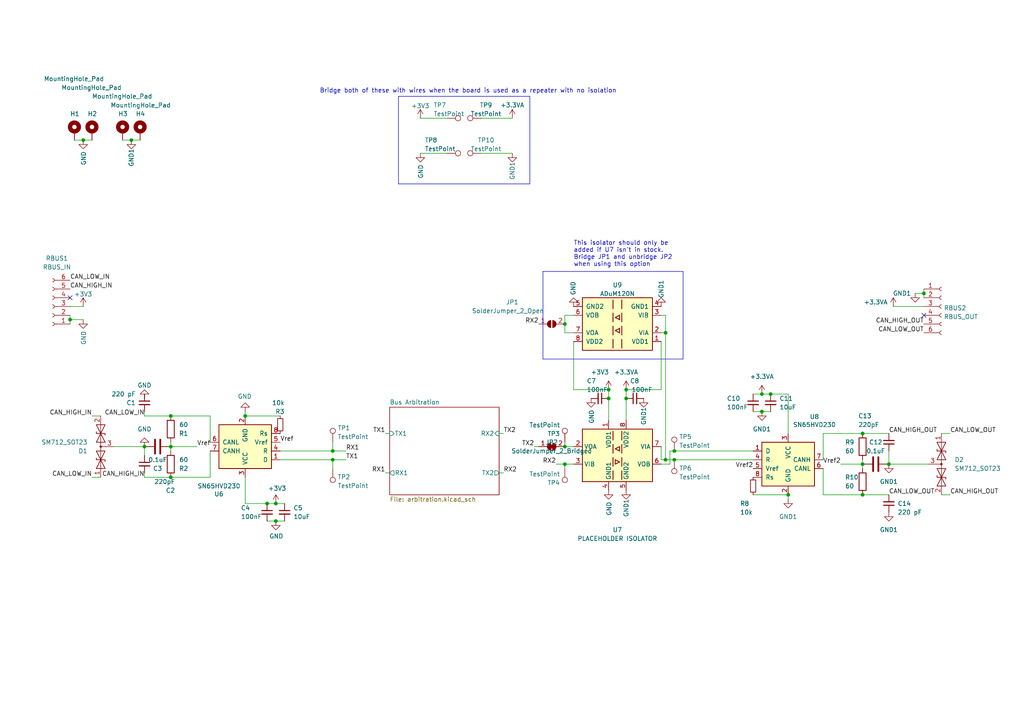
<source format=kicad_sch>
(kicad_sch (version 20230121) (generator eeschema)

  (uuid e63e39d7-6ac0-4ffd-8aa3-1841a4541b55)

  (paper "A4")

  (lib_symbols
    (symbol "Connector:Conn_01x06_Female" (pin_names (offset 1.016) hide) (in_bom yes) (on_board yes)
      (property "Reference" "J" (at 0 7.62 0)
        (effects (font (size 1.27 1.27)))
      )
      (property "Value" "Conn_01x06_Female" (at 0 -10.16 0)
        (effects (font (size 1.27 1.27)))
      )
      (property "Footprint" "" (at 0 0 0)
        (effects (font (size 1.27 1.27)) hide)
      )
      (property "Datasheet" "~" (at 0 0 0)
        (effects (font (size 1.27 1.27)) hide)
      )
      (property "ki_keywords" "connector" (at 0 0 0)
        (effects (font (size 1.27 1.27)) hide)
      )
      (property "ki_description" "Generic connector, single row, 01x06, script generated (kicad-library-utils/schlib/autogen/connector/)" (at 0 0 0)
        (effects (font (size 1.27 1.27)) hide)
      )
      (property "ki_fp_filters" "Connector*:*_1x??_*" (at 0 0 0)
        (effects (font (size 1.27 1.27)) hide)
      )
      (symbol "Conn_01x06_Female_1_1"
        (arc (start 0 -7.112) (mid -0.5058 -7.62) (end 0 -8.128)
          (stroke (width 0.1524) (type default))
          (fill (type none))
        )
        (arc (start 0 -4.572) (mid -0.5058 -5.08) (end 0 -5.588)
          (stroke (width 0.1524) (type default))
          (fill (type none))
        )
        (arc (start 0 -2.032) (mid -0.5058 -2.54) (end 0 -3.048)
          (stroke (width 0.1524) (type default))
          (fill (type none))
        )
        (polyline
          (pts
            (xy -1.27 -7.62)
            (xy -0.508 -7.62)
          )
          (stroke (width 0.1524) (type default))
          (fill (type none))
        )
        (polyline
          (pts
            (xy -1.27 -5.08)
            (xy -0.508 -5.08)
          )
          (stroke (width 0.1524) (type default))
          (fill (type none))
        )
        (polyline
          (pts
            (xy -1.27 -2.54)
            (xy -0.508 -2.54)
          )
          (stroke (width 0.1524) (type default))
          (fill (type none))
        )
        (polyline
          (pts
            (xy -1.27 0)
            (xy -0.508 0)
          )
          (stroke (width 0.1524) (type default))
          (fill (type none))
        )
        (polyline
          (pts
            (xy -1.27 2.54)
            (xy -0.508 2.54)
          )
          (stroke (width 0.1524) (type default))
          (fill (type none))
        )
        (polyline
          (pts
            (xy -1.27 5.08)
            (xy -0.508 5.08)
          )
          (stroke (width 0.1524) (type default))
          (fill (type none))
        )
        (arc (start 0 0.508) (mid -0.5058 0) (end 0 -0.508)
          (stroke (width 0.1524) (type default))
          (fill (type none))
        )
        (arc (start 0 3.048) (mid -0.5058 2.54) (end 0 2.032)
          (stroke (width 0.1524) (type default))
          (fill (type none))
        )
        (arc (start 0 5.588) (mid -0.5058 5.08) (end 0 4.572)
          (stroke (width 0.1524) (type default))
          (fill (type none))
        )
        (pin passive line (at -5.08 5.08 0) (length 3.81)
          (name "Pin_1" (effects (font (size 1.27 1.27))))
          (number "1" (effects (font (size 1.27 1.27))))
        )
        (pin passive line (at -5.08 2.54 0) (length 3.81)
          (name "Pin_2" (effects (font (size 1.27 1.27))))
          (number "2" (effects (font (size 1.27 1.27))))
        )
        (pin passive line (at -5.08 0 0) (length 3.81)
          (name "Pin_3" (effects (font (size 1.27 1.27))))
          (number "3" (effects (font (size 1.27 1.27))))
        )
        (pin passive line (at -5.08 -2.54 0) (length 3.81)
          (name "Pin_4" (effects (font (size 1.27 1.27))))
          (number "4" (effects (font (size 1.27 1.27))))
        )
        (pin passive line (at -5.08 -5.08 0) (length 3.81)
          (name "Pin_5" (effects (font (size 1.27 1.27))))
          (number "5" (effects (font (size 1.27 1.27))))
        )
        (pin passive line (at -5.08 -7.62 0) (length 3.81)
          (name "Pin_6" (effects (font (size 1.27 1.27))))
          (number "6" (effects (font (size 1.27 1.27))))
        )
      )
    )
    (symbol "Connector:TestPoint" (pin_numbers hide) (pin_names (offset 0.762) hide) (in_bom yes) (on_board yes)
      (property "Reference" "TP" (at 0 6.858 0)
        (effects (font (size 1.27 1.27)))
      )
      (property "Value" "TestPoint" (at 0 5.08 0)
        (effects (font (size 1.27 1.27)))
      )
      (property "Footprint" "" (at 5.08 0 0)
        (effects (font (size 1.27 1.27)) hide)
      )
      (property "Datasheet" "~" (at 5.08 0 0)
        (effects (font (size 1.27 1.27)) hide)
      )
      (property "ki_keywords" "test point tp" (at 0 0 0)
        (effects (font (size 1.27 1.27)) hide)
      )
      (property "ki_description" "test point" (at 0 0 0)
        (effects (font (size 1.27 1.27)) hide)
      )
      (property "ki_fp_filters" "Pin* Test*" (at 0 0 0)
        (effects (font (size 1.27 1.27)) hide)
      )
      (symbol "TestPoint_0_1"
        (circle (center 0 3.302) (radius 0.762)
          (stroke (width 0) (type default))
          (fill (type none))
        )
      )
      (symbol "TestPoint_1_1"
        (pin passive line (at 0 0 90) (length 2.54)
          (name "1" (effects (font (size 1.27 1.27))))
          (number "1" (effects (font (size 1.27 1.27))))
        )
      )
    )
    (symbol "Device:C" (pin_numbers hide) (pin_names (offset 0.254)) (in_bom yes) (on_board yes)
      (property "Reference" "C" (at 0.635 2.54 0)
        (effects (font (size 1.27 1.27)) (justify left))
      )
      (property "Value" "C" (at 0.635 -2.54 0)
        (effects (font (size 1.27 1.27)) (justify left))
      )
      (property "Footprint" "" (at 0.9652 -3.81 0)
        (effects (font (size 1.27 1.27)) hide)
      )
      (property "Datasheet" "~" (at 0 0 0)
        (effects (font (size 1.27 1.27)) hide)
      )
      (property "ki_keywords" "cap capacitor" (at 0 0 0)
        (effects (font (size 1.27 1.27)) hide)
      )
      (property "ki_description" "Unpolarized capacitor" (at 0 0 0)
        (effects (font (size 1.27 1.27)) hide)
      )
      (property "ki_fp_filters" "C_*" (at 0 0 0)
        (effects (font (size 1.27 1.27)) hide)
      )
      (symbol "C_0_1"
        (polyline
          (pts
            (xy -2.032 -0.762)
            (xy 2.032 -0.762)
          )
          (stroke (width 0.508) (type default))
          (fill (type none))
        )
        (polyline
          (pts
            (xy -2.032 0.762)
            (xy 2.032 0.762)
          )
          (stroke (width 0.508) (type default))
          (fill (type none))
        )
      )
      (symbol "C_1_1"
        (pin passive line (at 0 3.81 270) (length 2.794)
          (name "~" (effects (font (size 1.27 1.27))))
          (number "1" (effects (font (size 1.27 1.27))))
        )
        (pin passive line (at 0 -3.81 90) (length 2.794)
          (name "~" (effects (font (size 1.27 1.27))))
          (number "2" (effects (font (size 1.27 1.27))))
        )
      )
    )
    (symbol "Device:C_Small" (pin_numbers hide) (pin_names (offset 0.254) hide) (in_bom yes) (on_board yes)
      (property "Reference" "C" (at 0.254 1.778 0)
        (effects (font (size 1.27 1.27)) (justify left))
      )
      (property "Value" "C_Small" (at 0.254 -2.032 0)
        (effects (font (size 1.27 1.27)) (justify left))
      )
      (property "Footprint" "" (at 0 0 0)
        (effects (font (size 1.27 1.27)) hide)
      )
      (property "Datasheet" "~" (at 0 0 0)
        (effects (font (size 1.27 1.27)) hide)
      )
      (property "ki_keywords" "capacitor cap" (at 0 0 0)
        (effects (font (size 1.27 1.27)) hide)
      )
      (property "ki_description" "Unpolarized capacitor, small symbol" (at 0 0 0)
        (effects (font (size 1.27 1.27)) hide)
      )
      (property "ki_fp_filters" "C_*" (at 0 0 0)
        (effects (font (size 1.27 1.27)) hide)
      )
      (symbol "C_Small_0_1"
        (polyline
          (pts
            (xy -1.524 -0.508)
            (xy 1.524 -0.508)
          )
          (stroke (width 0.3302) (type default))
          (fill (type none))
        )
        (polyline
          (pts
            (xy -1.524 0.508)
            (xy 1.524 0.508)
          )
          (stroke (width 0.3048) (type default))
          (fill (type none))
        )
      )
      (symbol "C_Small_1_1"
        (pin passive line (at 0 2.54 270) (length 2.032)
          (name "~" (effects (font (size 1.27 1.27))))
          (number "1" (effects (font (size 1.27 1.27))))
        )
        (pin passive line (at 0 -2.54 90) (length 2.032)
          (name "~" (effects (font (size 1.27 1.27))))
          (number "2" (effects (font (size 1.27 1.27))))
        )
      )
    )
    (symbol "Device:R" (pin_numbers hide) (pin_names (offset 0)) (in_bom yes) (on_board yes)
      (property "Reference" "R" (at 2.032 0 90)
        (effects (font (size 1.27 1.27)))
      )
      (property "Value" "R" (at 0 0 90)
        (effects (font (size 1.27 1.27)))
      )
      (property "Footprint" "" (at -1.778 0 90)
        (effects (font (size 1.27 1.27)) hide)
      )
      (property "Datasheet" "~" (at 0 0 0)
        (effects (font (size 1.27 1.27)) hide)
      )
      (property "ki_keywords" "R res resistor" (at 0 0 0)
        (effects (font (size 1.27 1.27)) hide)
      )
      (property "ki_description" "Resistor" (at 0 0 0)
        (effects (font (size 1.27 1.27)) hide)
      )
      (property "ki_fp_filters" "R_*" (at 0 0 0)
        (effects (font (size 1.27 1.27)) hide)
      )
      (symbol "R_0_1"
        (rectangle (start -1.016 -2.54) (end 1.016 2.54)
          (stroke (width 0.254) (type default))
          (fill (type none))
        )
      )
      (symbol "R_1_1"
        (pin passive line (at 0 3.81 270) (length 1.27)
          (name "~" (effects (font (size 1.27 1.27))))
          (number "1" (effects (font (size 1.27 1.27))))
        )
        (pin passive line (at 0 -3.81 90) (length 1.27)
          (name "~" (effects (font (size 1.27 1.27))))
          (number "2" (effects (font (size 1.27 1.27))))
        )
      )
    )
    (symbol "Device:R_Small" (pin_numbers hide) (pin_names (offset 0.254) hide) (in_bom yes) (on_board yes)
      (property "Reference" "R" (at 0.762 0.508 0)
        (effects (font (size 1.27 1.27)) (justify left))
      )
      (property "Value" "R_Small" (at 0.762 -1.016 0)
        (effects (font (size 1.27 1.27)) (justify left))
      )
      (property "Footprint" "" (at 0 0 0)
        (effects (font (size 1.27 1.27)) hide)
      )
      (property "Datasheet" "~" (at 0 0 0)
        (effects (font (size 1.27 1.27)) hide)
      )
      (property "ki_keywords" "R resistor" (at 0 0 0)
        (effects (font (size 1.27 1.27)) hide)
      )
      (property "ki_description" "Resistor, small symbol" (at 0 0 0)
        (effects (font (size 1.27 1.27)) hide)
      )
      (property "ki_fp_filters" "R_*" (at 0 0 0)
        (effects (font (size 1.27 1.27)) hide)
      )
      (symbol "R_Small_0_1"
        (rectangle (start -0.762 1.778) (end 0.762 -1.778)
          (stroke (width 0.2032) (type default))
          (fill (type none))
        )
      )
      (symbol "R_Small_1_1"
        (pin passive line (at 0 2.54 270) (length 0.762)
          (name "~" (effects (font (size 1.27 1.27))))
          (number "1" (effects (font (size 1.27 1.27))))
        )
        (pin passive line (at 0 -2.54 90) (length 0.762)
          (name "~" (effects (font (size 1.27 1.27))))
          (number "2" (effects (font (size 1.27 1.27))))
        )
      )
    )
    (symbol "Diode:SM712_SOT23" (pin_names (offset 1.016) hide) (in_bom yes) (on_board yes)
      (property "Reference" "D" (at 0 4.445 0)
        (effects (font (size 1.27 1.27)))
      )
      (property "Value" "SM712_SOT23" (at 0 2.54 0)
        (effects (font (size 1.27 1.27)))
      )
      (property "Footprint" "Package_TO_SOT_SMD:SOT-23" (at 0 -8.89 0)
        (effects (font (size 1.27 1.27)) hide)
      )
      (property "Datasheet" "https://www.littelfuse.com/~/media/electronics/datasheets/tvs_diode_arrays/littelfuse_tvs_diode_array_sm712_datasheet.pdf.pdf" (at -3.81 0 0)
        (effects (font (size 1.27 1.27)) hide)
      )
      (property "ki_keywords" "transient voltage suppressor thyrector transil" (at 0 0 0)
        (effects (font (size 1.27 1.27)) hide)
      )
      (property "ki_description" "7V/12V, 600W Asymmetrical TVS Diode Array, SOT-23" (at 0 0 0)
        (effects (font (size 1.27 1.27)) hide)
      )
      (property "ki_fp_filters" "SOT?23*" (at 0 0 0)
        (effects (font (size 1.27 1.27)) hide)
      )
      (symbol "SM712_SOT23_0_0"
        (polyline
          (pts
            (xy 0 -1.27)
            (xy 0 0)
          )
          (stroke (width 0) (type default))
          (fill (type none))
        )
      )
      (symbol "SM712_SOT23_0_1"
        (polyline
          (pts
            (xy -6.35 0)
            (xy 6.35 0)
          )
          (stroke (width 0) (type default))
          (fill (type none))
        )
        (polyline
          (pts
            (xy -3.302 1.27)
            (xy -3.81 1.27)
            (xy -3.81 -1.27)
            (xy -4.318 -1.27)
          )
          (stroke (width 0.2032) (type default))
          (fill (type none))
        )
        (polyline
          (pts
            (xy 4.318 1.27)
            (xy 3.81 1.27)
            (xy 3.81 -1.27)
            (xy 3.302 -1.27)
          )
          (stroke (width 0.2032) (type default))
          (fill (type none))
        )
        (polyline
          (pts
            (xy -6.35 -1.27)
            (xy -1.27 1.27)
            (xy -1.27 -1.27)
            (xy -6.35 1.27)
            (xy -6.35 -1.27)
          )
          (stroke (width 0.2032) (type default))
          (fill (type none))
        )
        (polyline
          (pts
            (xy 1.27 -1.27)
            (xy 1.27 1.27)
            (xy 6.35 -1.27)
            (xy 6.35 1.27)
            (xy 1.27 -1.27)
          )
          (stroke (width 0.2032) (type default))
          (fill (type none))
        )
        (circle (center 0 0) (radius 0.254)
          (stroke (width 0) (type default))
          (fill (type outline))
        )
      )
      (symbol "SM712_SOT23_1_1"
        (pin passive line (at -8.89 0 0) (length 2.54)
          (name "A1" (effects (font (size 1.27 1.27))))
          (number "1" (effects (font (size 1.27 1.27))))
        )
        (pin passive line (at 8.89 0 180) (length 2.54)
          (name "A2" (effects (font (size 1.27 1.27))))
          (number "2" (effects (font (size 1.27 1.27))))
        )
        (pin input line (at 0 -3.81 90) (length 2.54)
          (name "common" (effects (font (size 1.27 1.27))))
          (number "3" (effects (font (size 1.27 1.27))))
        )
      )
    )
    (symbol "Interface_CAN_LIN:SN65HVD230" (pin_names (offset 1.016)) (in_bom yes) (on_board yes)
      (property "Reference" "U" (at -2.54 10.16 0)
        (effects (font (size 1.27 1.27)) (justify right))
      )
      (property "Value" "SN65HVD230" (at -2.54 7.62 0)
        (effects (font (size 1.27 1.27)) (justify right))
      )
      (property "Footprint" "Package_SO:SOIC-8_3.9x4.9mm_P1.27mm" (at 0 -12.7 0)
        (effects (font (size 1.27 1.27)) hide)
      )
      (property "Datasheet" "http://www.ti.com/lit/ds/symlink/sn65hvd230.pdf" (at -2.54 10.16 0)
        (effects (font (size 1.27 1.27)) hide)
      )
      (property "ki_keywords" "can transeiver ti low-power" (at 0 0 0)
        (effects (font (size 1.27 1.27)) hide)
      )
      (property "ki_description" "CAN Bus Transceivers, 3.3V, 1Mbps, Low-Power capabilities, SOIC-8" (at 0 0 0)
        (effects (font (size 1.27 1.27)) hide)
      )
      (property "ki_fp_filters" "SOIC*3.9x4.9mm*P1.27mm*" (at 0 0 0)
        (effects (font (size 1.27 1.27)) hide)
      )
      (symbol "SN65HVD230_0_1"
        (rectangle (start -7.62 5.08) (end 7.62 -7.62)
          (stroke (width 0.254) (type default))
          (fill (type background))
        )
      )
      (symbol "SN65HVD230_1_1"
        (pin input line (at -10.16 2.54 0) (length 2.54)
          (name "D" (effects (font (size 1.27 1.27))))
          (number "1" (effects (font (size 1.27 1.27))))
        )
        (pin power_in line (at 0 -10.16 90) (length 2.54)
          (name "GND" (effects (font (size 1.27 1.27))))
          (number "2" (effects (font (size 1.27 1.27))))
        )
        (pin power_in line (at 0 7.62 270) (length 2.54)
          (name "VCC" (effects (font (size 1.27 1.27))))
          (number "3" (effects (font (size 1.27 1.27))))
        )
        (pin output line (at -10.16 0 0) (length 2.54)
          (name "R" (effects (font (size 1.27 1.27))))
          (number "4" (effects (font (size 1.27 1.27))))
        )
        (pin output line (at -10.16 -2.54 0) (length 2.54)
          (name "Vref" (effects (font (size 1.27 1.27))))
          (number "5" (effects (font (size 1.27 1.27))))
        )
        (pin bidirectional line (at 10.16 -2.54 180) (length 2.54)
          (name "CANL" (effects (font (size 1.27 1.27))))
          (number "6" (effects (font (size 1.27 1.27))))
        )
        (pin bidirectional line (at 10.16 0 180) (length 2.54)
          (name "CANH" (effects (font (size 1.27 1.27))))
          (number "7" (effects (font (size 1.27 1.27))))
        )
        (pin input line (at -10.16 -5.08 0) (length 2.54)
          (name "Rs" (effects (font (size 1.27 1.27))))
          (number "8" (effects (font (size 1.27 1.27))))
        )
      )
    )
    (symbol "Isolator:ADuM120N" (pin_names (offset 1.016)) (in_bom yes) (on_board yes)
      (property "Reference" "U" (at -10.16 8.89 0)
        (effects (font (size 1.27 1.27)) (justify left))
      )
      (property "Value" "ADuM120N" (at -2.032 8.89 0)
        (effects (font (size 1.27 1.27)) (justify left))
      )
      (property "Footprint" "Package_SO:SOIC-8_3.9x4.9mm_P1.27mm" (at 0 -10.16 0)
        (effects (font (size 1.27 1.27) italic) hide)
      )
      (property "Datasheet" "https://www.analog.com/media/en/technical-documentation/data-sheets/ADuM120N_121N.pdf" (at -11.43 10.16 0)
        (effects (font (size 1.27 1.27)) hide)
      )
      (property "ki_keywords" "Dual-channel digital isolator" (at 0 0 0)
        (effects (font (size 1.27 1.27)) hide)
      )
      (property "ki_description" "Dual-channel digital isolator,1.8 to 5V, 150Mbs, 3kV" (at 0 0 0)
        (effects (font (size 1.27 1.27)) hide)
      )
      (property "ki_fp_filters" "SOIC*3.9x4.9mm*P1.27mm*" (at 0 0 0)
        (effects (font (size 1.27 1.27)) hide)
      )
      (symbol "ADuM120N_0_1"
        (rectangle (start -10.16 7.62) (end 10.16 -7.62)
          (stroke (width 0.254) (type default))
          (fill (type background))
        )
        (polyline
          (pts
            (xy -1.27 -4.445)
            (xy -1.27 -6.985)
          )
          (stroke (width 0.254) (type default))
          (fill (type none))
        )
        (polyline
          (pts
            (xy -1.27 -0.635)
            (xy -1.27 -3.175)
          )
          (stroke (width 0.254) (type default))
          (fill (type none))
        )
        (polyline
          (pts
            (xy -1.27 3.175)
            (xy -1.27 0.635)
          )
          (stroke (width 0.254) (type default))
          (fill (type none))
        )
        (polyline
          (pts
            (xy -1.27 6.985)
            (xy -1.27 4.445)
          )
          (stroke (width 0.254) (type default))
          (fill (type none))
        )
        (polyline
          (pts
            (xy 1.27 -4.445)
            (xy 1.27 -6.985)
          )
          (stroke (width 0.254) (type default))
          (fill (type none))
        )
        (polyline
          (pts
            (xy 1.27 -0.635)
            (xy 1.27 -3.175)
          )
          (stroke (width 0.254) (type default))
          (fill (type none))
        )
        (polyline
          (pts
            (xy 1.27 3.175)
            (xy 1.27 0.635)
          )
          (stroke (width 0.254) (type default))
          (fill (type none))
        )
        (polyline
          (pts
            (xy 1.27 6.985)
            (xy 1.27 4.445)
          )
          (stroke (width 0.254) (type default))
          (fill (type none))
        )
        (polyline
          (pts
            (xy -0.635 -1.27)
            (xy -0.635 -2.54)
            (xy 0.635 -1.905)
            (xy -0.635 -1.27)
          )
          (stroke (width 0.254) (type default))
          (fill (type none))
        )
        (polyline
          (pts
            (xy -0.635 1.27)
            (xy 0.635 1.905)
            (xy -0.635 2.54)
            (xy -0.635 1.27)
          )
          (stroke (width 0.254) (type default))
          (fill (type none))
        )
      )
      (symbol "ADuM120N_1_1"
        (pin power_in line (at -12.7 5.08 0) (length 2.54)
          (name "VDD1" (effects (font (size 1.27 1.27))))
          (number "1" (effects (font (size 1.27 1.27))))
        )
        (pin input line (at -12.7 2.54 0) (length 2.54)
          (name "VIA" (effects (font (size 1.27 1.27))))
          (number "2" (effects (font (size 1.27 1.27))))
        )
        (pin input line (at -12.7 -2.54 0) (length 2.54)
          (name "VIB" (effects (font (size 1.27 1.27))))
          (number "3" (effects (font (size 1.27 1.27))))
        )
        (pin power_in line (at -12.7 -5.08 0) (length 2.54)
          (name "GND1" (effects (font (size 1.27 1.27))))
          (number "4" (effects (font (size 1.27 1.27))))
        )
        (pin power_in line (at 12.7 -5.08 180) (length 2.54)
          (name "GND2" (effects (font (size 1.27 1.27))))
          (number "5" (effects (font (size 1.27 1.27))))
        )
        (pin output line (at 12.7 -2.54 180) (length 2.54)
          (name "VOB" (effects (font (size 1.27 1.27))))
          (number "6" (effects (font (size 1.27 1.27))))
        )
        (pin output line (at 12.7 2.54 180) (length 2.54)
          (name "VOA" (effects (font (size 1.27 1.27))))
          (number "7" (effects (font (size 1.27 1.27))))
        )
        (pin power_in line (at 12.7 5.08 180) (length 2.54)
          (name "VDD2" (effects (font (size 1.27 1.27))))
          (number "8" (effects (font (size 1.27 1.27))))
        )
      )
    )
    (symbol "Isolator:ADuM121N" (in_bom yes) (on_board yes)
      (property "Reference" "U" (at -10.16 8.89 0)
        (effects (font (size 1.27 1.27)) (justify left))
      )
      (property "Value" "ADuM121N" (at 3.81 8.89 0)
        (effects (font (size 1.27 1.27)) (justify left))
      )
      (property "Footprint" "Package_SO:SOIC-8_3.9x4.9mm_P1.27mm" (at 0 -17.78 0)
        (effects (font (size 1.27 1.27) italic) hide)
      )
      (property "Datasheet" "https://www.analog.com/media/en/technical-documentation/data-sheets/ADuM120N_121N.pdf" (at -11.43 10.16 0)
        (effects (font (size 1.27 1.27)) hide)
      )
      (property "ki_keywords" "Dual-channel digital isolator" (at 0 0 0)
        (effects (font (size 1.27 1.27)) hide)
      )
      (property "ki_description" "Dual-channel digital isolator,1.8 to 5V, 150Mbs, 3kV" (at 0 0 0)
        (effects (font (size 1.27 1.27)) hide)
      )
      (property "ki_fp_filters" "SOIC*3.9x4.9mm*P1.27mm*" (at 0 0 0)
        (effects (font (size 1.27 1.27)) hide)
      )
      (symbol "ADuM121N_0_1"
        (rectangle (start -10.16 7.62) (end 10.16 -7.62)
          (stroke (width 0.254) (type default))
          (fill (type background))
        )
        (polyline
          (pts
            (xy -1.27 -4.445)
            (xy -1.27 -6.985)
          )
          (stroke (width 0.254) (type default))
          (fill (type none))
        )
        (polyline
          (pts
            (xy -1.27 -0.635)
            (xy -1.27 -3.175)
          )
          (stroke (width 0.254) (type default))
          (fill (type none))
        )
        (polyline
          (pts
            (xy -1.27 3.175)
            (xy -1.27 0.635)
          )
          (stroke (width 0.254) (type default))
          (fill (type none))
        )
        (polyline
          (pts
            (xy -1.27 6.985)
            (xy -1.27 4.445)
          )
          (stroke (width 0.254) (type default))
          (fill (type none))
        )
        (polyline
          (pts
            (xy 1.27 -4.445)
            (xy 1.27 -6.985)
          )
          (stroke (width 0.254) (type default))
          (fill (type none))
        )
        (polyline
          (pts
            (xy 1.27 -0.635)
            (xy 1.27 -3.175)
          )
          (stroke (width 0.254) (type default))
          (fill (type none))
        )
        (polyline
          (pts
            (xy 1.27 3.175)
            (xy 1.27 0.635)
          )
          (stroke (width 0.254) (type default))
          (fill (type none))
        )
        (polyline
          (pts
            (xy 1.27 6.985)
            (xy 1.27 4.445)
          )
          (stroke (width 0.254) (type default))
          (fill (type none))
        )
        (polyline
          (pts
            (xy -0.635 -1.27)
            (xy -0.635 -2.54)
            (xy 0.635 -1.905)
            (xy -0.635 -1.27)
          )
          (stroke (width 0.254) (type default))
          (fill (type none))
        )
        (polyline
          (pts
            (xy 0.635 1.27)
            (xy -0.635 1.905)
            (xy 0.635 2.54)
            (xy 0.635 1.27)
          )
          (stroke (width 0.254) (type default))
          (fill (type none))
        )
      )
      (symbol "ADuM121N_1_1"
        (pin power_in line (at -2.54 10.16 270) (length 2.54)
          (name "VDD1" (effects (font (size 1.27 1.27))))
          (number "1" (effects (font (size 1.27 1.27))))
        )
        (pin output line (at -12.7 2.54 0) (length 2.54)
          (name "VOA" (effects (font (size 1.27 1.27))))
          (number "2" (effects (font (size 1.27 1.27))))
        )
        (pin input line (at -12.7 -2.54 0) (length 2.54)
          (name "VIB" (effects (font (size 1.27 1.27))))
          (number "3" (effects (font (size 1.27 1.27))))
        )
        (pin power_in line (at -2.54 -10.16 90) (length 2.54)
          (name "GND1" (effects (font (size 1.27 1.27))))
          (number "4" (effects (font (size 1.27 1.27))))
        )
        (pin power_in line (at 2.54 -10.16 90) (length 2.54)
          (name "GND2" (effects (font (size 1.27 1.27))))
          (number "5" (effects (font (size 1.27 1.27))))
        )
        (pin output line (at 12.7 -2.54 180) (length 2.54)
          (name "VOB" (effects (font (size 1.27 1.27))))
          (number "6" (effects (font (size 1.27 1.27))))
        )
        (pin input line (at 12.7 2.54 180) (length 2.54)
          (name "VIA" (effects (font (size 1.27 1.27))))
          (number "7" (effects (font (size 1.27 1.27))))
        )
        (pin power_in line (at 2.54 10.16 270) (length 2.54)
          (name "VDD2" (effects (font (size 1.27 1.27))))
          (number "8" (effects (font (size 1.27 1.27))))
        )
      )
    )
    (symbol "Jumper:SolderJumper_2_Bridged" (pin_names (offset 0) hide) (in_bom yes) (on_board yes)
      (property "Reference" "JP" (at 0 2.032 0)
        (effects (font (size 1.27 1.27)))
      )
      (property "Value" "SolderJumper_2_Bridged" (at 0 -2.54 0)
        (effects (font (size 1.27 1.27)))
      )
      (property "Footprint" "" (at 0 0 0)
        (effects (font (size 1.27 1.27)) hide)
      )
      (property "Datasheet" "~" (at 0 0 0)
        (effects (font (size 1.27 1.27)) hide)
      )
      (property "ki_keywords" "solder jumper SPST" (at 0 0 0)
        (effects (font (size 1.27 1.27)) hide)
      )
      (property "ki_description" "Solder Jumper, 2-pole, closed/bridged" (at 0 0 0)
        (effects (font (size 1.27 1.27)) hide)
      )
      (property "ki_fp_filters" "SolderJumper*Bridged*" (at 0 0 0)
        (effects (font (size 1.27 1.27)) hide)
      )
      (symbol "SolderJumper_2_Bridged_0_1"
        (rectangle (start -0.508 0.508) (end 0.508 -0.508)
          (stroke (width 0) (type default))
          (fill (type outline))
        )
        (arc (start -0.254 1.016) (mid -1.2656 0) (end -0.254 -1.016)
          (stroke (width 0) (type default))
          (fill (type none))
        )
        (arc (start -0.254 1.016) (mid -1.2656 0) (end -0.254 -1.016)
          (stroke (width 0) (type default))
          (fill (type outline))
        )
        (polyline
          (pts
            (xy -0.254 1.016)
            (xy -0.254 -1.016)
          )
          (stroke (width 0) (type default))
          (fill (type none))
        )
        (polyline
          (pts
            (xy 0.254 1.016)
            (xy 0.254 -1.016)
          )
          (stroke (width 0) (type default))
          (fill (type none))
        )
        (arc (start 0.254 -1.016) (mid 1.2656 0) (end 0.254 1.016)
          (stroke (width 0) (type default))
          (fill (type none))
        )
        (arc (start 0.254 -1.016) (mid 1.2656 0) (end 0.254 1.016)
          (stroke (width 0) (type default))
          (fill (type outline))
        )
      )
      (symbol "SolderJumper_2_Bridged_1_1"
        (pin passive line (at -3.81 0 0) (length 2.54)
          (name "A" (effects (font (size 1.27 1.27))))
          (number "1" (effects (font (size 1.27 1.27))))
        )
        (pin passive line (at 3.81 0 180) (length 2.54)
          (name "B" (effects (font (size 1.27 1.27))))
          (number "2" (effects (font (size 1.27 1.27))))
        )
      )
    )
    (symbol "Jumper:SolderJumper_2_Open" (pin_names (offset 0) hide) (in_bom yes) (on_board yes)
      (property "Reference" "JP" (at 0 2.032 0)
        (effects (font (size 1.27 1.27)))
      )
      (property "Value" "SolderJumper_2_Open" (at 0 -2.54 0)
        (effects (font (size 1.27 1.27)))
      )
      (property "Footprint" "" (at 0 0 0)
        (effects (font (size 1.27 1.27)) hide)
      )
      (property "Datasheet" "~" (at 0 0 0)
        (effects (font (size 1.27 1.27)) hide)
      )
      (property "ki_keywords" "solder jumper SPST" (at 0 0 0)
        (effects (font (size 1.27 1.27)) hide)
      )
      (property "ki_description" "Solder Jumper, 2-pole, open" (at 0 0 0)
        (effects (font (size 1.27 1.27)) hide)
      )
      (property "ki_fp_filters" "SolderJumper*Open*" (at 0 0 0)
        (effects (font (size 1.27 1.27)) hide)
      )
      (symbol "SolderJumper_2_Open_0_1"
        (arc (start -0.254 1.016) (mid -1.2656 0) (end -0.254 -1.016)
          (stroke (width 0) (type default))
          (fill (type none))
        )
        (arc (start -0.254 1.016) (mid -1.2656 0) (end -0.254 -1.016)
          (stroke (width 0) (type default))
          (fill (type outline))
        )
        (polyline
          (pts
            (xy -0.254 1.016)
            (xy -0.254 -1.016)
          )
          (stroke (width 0) (type default))
          (fill (type none))
        )
        (polyline
          (pts
            (xy 0.254 1.016)
            (xy 0.254 -1.016)
          )
          (stroke (width 0) (type default))
          (fill (type none))
        )
        (arc (start 0.254 -1.016) (mid 1.2656 0) (end 0.254 1.016)
          (stroke (width 0) (type default))
          (fill (type none))
        )
        (arc (start 0.254 -1.016) (mid 1.2656 0) (end 0.254 1.016)
          (stroke (width 0) (type default))
          (fill (type outline))
        )
      )
      (symbol "SolderJumper_2_Open_1_1"
        (pin passive line (at -3.81 0 0) (length 2.54)
          (name "A" (effects (font (size 1.27 1.27))))
          (number "1" (effects (font (size 1.27 1.27))))
        )
        (pin passive line (at 3.81 0 180) (length 2.54)
          (name "B" (effects (font (size 1.27 1.27))))
          (number "2" (effects (font (size 1.27 1.27))))
        )
      )
    )
    (symbol "Mechanical:MountingHole_Pad" (pin_numbers hide) (pin_names (offset 1.016) hide) (in_bom yes) (on_board yes)
      (property "Reference" "H" (at 0 6.35 0)
        (effects (font (size 1.27 1.27)))
      )
      (property "Value" "MountingHole_Pad" (at 0 4.445 0)
        (effects (font (size 1.27 1.27)))
      )
      (property "Footprint" "" (at 0 0 0)
        (effects (font (size 1.27 1.27)) hide)
      )
      (property "Datasheet" "~" (at 0 0 0)
        (effects (font (size 1.27 1.27)) hide)
      )
      (property "ki_keywords" "mounting hole" (at 0 0 0)
        (effects (font (size 1.27 1.27)) hide)
      )
      (property "ki_description" "Mounting Hole with connection" (at 0 0 0)
        (effects (font (size 1.27 1.27)) hide)
      )
      (property "ki_fp_filters" "MountingHole*Pad*" (at 0 0 0)
        (effects (font (size 1.27 1.27)) hide)
      )
      (symbol "MountingHole_Pad_0_1"
        (circle (center 0 1.27) (radius 1.27)
          (stroke (width 1.27) (type default))
          (fill (type none))
        )
      )
      (symbol "MountingHole_Pad_1_1"
        (pin input line (at 0 -2.54 90) (length 2.54)
          (name "1" (effects (font (size 1.27 1.27))))
          (number "1" (effects (font (size 1.27 1.27))))
        )
      )
    )
    (symbol "power:+3.3V" (power) (pin_names (offset 0)) (in_bom yes) (on_board yes)
      (property "Reference" "#PWR" (at 0 -3.81 0)
        (effects (font (size 1.27 1.27)) hide)
      )
      (property "Value" "+3.3V" (at 0 3.556 0)
        (effects (font (size 1.27 1.27)))
      )
      (property "Footprint" "" (at 0 0 0)
        (effects (font (size 1.27 1.27)) hide)
      )
      (property "Datasheet" "" (at 0 0 0)
        (effects (font (size 1.27 1.27)) hide)
      )
      (property "ki_keywords" "power-flag" (at 0 0 0)
        (effects (font (size 1.27 1.27)) hide)
      )
      (property "ki_description" "Power symbol creates a global label with name \"+3.3V\"" (at 0 0 0)
        (effects (font (size 1.27 1.27)) hide)
      )
      (symbol "+3.3V_0_1"
        (polyline
          (pts
            (xy -0.762 1.27)
            (xy 0 2.54)
          )
          (stroke (width 0) (type default))
          (fill (type none))
        )
        (polyline
          (pts
            (xy 0 0)
            (xy 0 2.54)
          )
          (stroke (width 0) (type default))
          (fill (type none))
        )
        (polyline
          (pts
            (xy 0 2.54)
            (xy 0.762 1.27)
          )
          (stroke (width 0) (type default))
          (fill (type none))
        )
      )
      (symbol "+3.3V_1_1"
        (pin power_in line (at 0 0 90) (length 0) hide
          (name "+3V3" (effects (font (size 1.27 1.27))))
          (number "1" (effects (font (size 1.27 1.27))))
        )
      )
    )
    (symbol "power:+3.3VA" (power) (pin_names (offset 0)) (in_bom yes) (on_board yes)
      (property "Reference" "#PWR" (at 0 -3.81 0)
        (effects (font (size 1.27 1.27)) hide)
      )
      (property "Value" "+3.3VA" (at 0 3.556 0)
        (effects (font (size 1.27 1.27)))
      )
      (property "Footprint" "" (at 0 0 0)
        (effects (font (size 1.27 1.27)) hide)
      )
      (property "Datasheet" "" (at 0 0 0)
        (effects (font (size 1.27 1.27)) hide)
      )
      (property "ki_keywords" "power-flag" (at 0 0 0)
        (effects (font (size 1.27 1.27)) hide)
      )
      (property "ki_description" "Power symbol creates a global label with name \"+3.3VA\"" (at 0 0 0)
        (effects (font (size 1.27 1.27)) hide)
      )
      (symbol "+3.3VA_0_1"
        (polyline
          (pts
            (xy -0.762 1.27)
            (xy 0 2.54)
          )
          (stroke (width 0) (type default))
          (fill (type none))
        )
        (polyline
          (pts
            (xy 0 0)
            (xy 0 2.54)
          )
          (stroke (width 0) (type default))
          (fill (type none))
        )
        (polyline
          (pts
            (xy 0 2.54)
            (xy 0.762 1.27)
          )
          (stroke (width 0) (type default))
          (fill (type none))
        )
      )
      (symbol "+3.3VA_1_1"
        (pin power_in line (at 0 0 90) (length 0) hide
          (name "+3.3VA" (effects (font (size 1.27 1.27))))
          (number "1" (effects (font (size 1.27 1.27))))
        )
      )
    )
    (symbol "power:GND" (power) (pin_names (offset 0)) (in_bom yes) (on_board yes)
      (property "Reference" "#PWR" (at 0 -6.35 0)
        (effects (font (size 1.27 1.27)) hide)
      )
      (property "Value" "GND" (at 0 -3.81 0)
        (effects (font (size 1.27 1.27)))
      )
      (property "Footprint" "" (at 0 0 0)
        (effects (font (size 1.27 1.27)) hide)
      )
      (property "Datasheet" "" (at 0 0 0)
        (effects (font (size 1.27 1.27)) hide)
      )
      (property "ki_keywords" "power-flag" (at 0 0 0)
        (effects (font (size 1.27 1.27)) hide)
      )
      (property "ki_description" "Power symbol creates a global label with name \"GND\" , ground" (at 0 0 0)
        (effects (font (size 1.27 1.27)) hide)
      )
      (symbol "GND_0_1"
        (polyline
          (pts
            (xy 0 0)
            (xy 0 -1.27)
            (xy 1.27 -1.27)
            (xy 0 -2.54)
            (xy -1.27 -1.27)
            (xy 0 -1.27)
          )
          (stroke (width 0) (type default))
          (fill (type none))
        )
      )
      (symbol "GND_1_1"
        (pin power_in line (at 0 0 270) (length 0) hide
          (name "GND" (effects (font (size 1.27 1.27))))
          (number "1" (effects (font (size 1.27 1.27))))
        )
      )
    )
    (symbol "power:GND1" (power) (pin_names (offset 0)) (in_bom yes) (on_board yes)
      (property "Reference" "#PWR" (at 0 -6.35 0)
        (effects (font (size 1.27 1.27)) hide)
      )
      (property "Value" "GND1" (at 0 -3.81 0)
        (effects (font (size 1.27 1.27)))
      )
      (property "Footprint" "" (at 0 0 0)
        (effects (font (size 1.27 1.27)) hide)
      )
      (property "Datasheet" "" (at 0 0 0)
        (effects (font (size 1.27 1.27)) hide)
      )
      (property "ki_keywords" "power-flag" (at 0 0 0)
        (effects (font (size 1.27 1.27)) hide)
      )
      (property "ki_description" "Power symbol creates a global label with name \"GND1\" , ground" (at 0 0 0)
        (effects (font (size 1.27 1.27)) hide)
      )
      (symbol "GND1_0_1"
        (polyline
          (pts
            (xy 0 0)
            (xy 0 -1.27)
            (xy 1.27 -1.27)
            (xy 0 -2.54)
            (xy -1.27 -1.27)
            (xy 0 -1.27)
          )
          (stroke (width 0) (type default))
          (fill (type none))
        )
      )
      (symbol "GND1_1_1"
        (pin power_in line (at 0 0 270) (length 0) hide
          (name "GND1" (effects (font (size 1.27 1.27))))
          (number "1" (effects (font (size 1.27 1.27))))
        )
      )
    )
  )

  (junction (at 193.04 96.52) (diameter 0) (color 0 0 0 0)
    (uuid 009ca92a-73e7-464a-868b-6ecc73fc7584)
  )
  (junction (at 49.53 138.43) (diameter 0) (color 0 0 0 0)
    (uuid 0d86d978-4b4d-4e98-ab4e-227f5c279935)
  )
  (junction (at 96.52 133.35) (diameter 0) (color 0 0 0 0)
    (uuid 196e571e-30bc-41fb-bcc6-c0a9922f23e7)
  )
  (junction (at 195.58 130.81) (diameter 0) (color 0 0 0 0)
    (uuid 1bde173a-7e4c-42ea-a961-8428a426c93b)
  )
  (junction (at 267.97 85.09) (diameter 0) (color 0 0 0 0)
    (uuid 1e8bd9a2-c40c-487c-a25b-61309389c54e)
  )
  (junction (at 38.1 40.64) (diameter 0) (color 0 0 0 0)
    (uuid 250e5968-39aa-4ffb-b121-480d34436035)
  )
  (junction (at 257.81 134.62) (diameter 0) (color 0 0 0 0)
    (uuid 2d84b20e-1881-4704-b5d9-b6fa4bd13679)
  )
  (junction (at 80.01 151.13) (diameter 0) (color 0 0 0 0)
    (uuid 31b8a9aa-f92f-4c51-9714-c7e118528c47)
  )
  (junction (at 176.53 113.03) (diameter 0) (color 0 0 0 0)
    (uuid 47699d29-1f00-4078-a7e9-6bbc479e31c9)
  )
  (junction (at 20.32 92.71) (diameter 0) (color 0 0 0 0)
    (uuid 58d59f63-c870-43d8-892c-99ee8ed5b9d8)
  )
  (junction (at 193.04 133.35) (diameter 0) (color 0 0 0 0)
    (uuid 6f7aefc6-165b-4f07-8770-d82065a6dbd9)
  )
  (junction (at 250.19 134.62) (diameter 0) (color 0 0 0 0)
    (uuid 731dc19b-64e1-4769-900c-5481da73a4c1)
  )
  (junction (at 181.61 113.03) (diameter 0) (color 0 0 0 0)
    (uuid 74c37a22-96de-460d-8f39-b88fc3b6cd35)
  )
  (junction (at 24.13 40.64) (diameter 0) (color 0 0 0 0)
    (uuid 767266b9-d61d-4384-a604-ef0df3603f8e)
  )
  (junction (at 176.53 115.57) (diameter 0) (color 0 0 0 0)
    (uuid 8057a82f-511d-4541-ba25-25c41118f979)
  )
  (junction (at 250.19 125.73) (diameter 0) (color 0 0 0 0)
    (uuid 936d173d-3eae-4b5e-bb8c-592d28bef3c3)
  )
  (junction (at 49.53 129.54) (diameter 0) (color 0 0 0 0)
    (uuid 9696d66c-03ef-4f4d-b91c-e2aa5350b0e3)
  )
  (junction (at 250.19 143.51) (diameter 0) (color 0 0 0 0)
    (uuid a4b7f3fb-a999-4b2c-b94f-e02b7b57871f)
  )
  (junction (at 77.47 146.05) (diameter 0) (color 0 0 0 0)
    (uuid a5f68af0-707d-4624-b152-bda59e96dbc2)
  )
  (junction (at 80.01 146.05) (diameter 0) (color 0 0 0 0)
    (uuid aaf8ad83-f67a-474d-b433-1b719f2d7504)
  )
  (junction (at 41.91 129.54) (diameter 0) (color 0 0 0 0)
    (uuid ac7d8b2b-ce19-41b4-bea8-40ca38d4f2a9)
  )
  (junction (at 96.52 130.81) (diameter 0) (color 0 0 0 0)
    (uuid af1c90ca-7935-4172-9cc9-980fcfe395e1)
  )
  (junction (at 195.58 133.35) (diameter 0) (color 0 0 0 0)
    (uuid b77a2204-2761-46dd-9155-f9f1e9fde94a)
  )
  (junction (at 223.52 114.3) (diameter 0) (color 0 0 0 0)
    (uuid bcdef2a4-b3b5-4e6e-8221-847a5ebc3496)
  )
  (junction (at 163.83 129.54) (diameter 0) (color 0 0 0 0)
    (uuid c2beee2f-8bad-42b6-8502-38f39f055b3a)
  )
  (junction (at 220.98 119.38) (diameter 0) (color 0 0 0 0)
    (uuid c4126595-b63b-4f92-b869-ca1af8a4c91b)
  )
  (junction (at 228.6 143.51) (diameter 0) (color 0 0 0 0)
    (uuid ca0e95fc-fcf2-4116-9a47-91e2d5d4dffb)
  )
  (junction (at 181.61 115.57) (diameter 0) (color 0 0 0 0)
    (uuid d8bae26e-39dd-4229-a5b9-d17daf1fe646)
  )
  (junction (at 163.83 134.62) (diameter 0) (color 0 0 0 0)
    (uuid dc2a2685-c1f6-4869-80eb-9181e5d0a6f2)
  )
  (junction (at 71.12 120.65) (diameter 0) (color 0 0 0 0)
    (uuid ddb3c25f-4742-4208-ab37-fb5105279dd9)
  )
  (junction (at 220.98 114.3) (diameter 0) (color 0 0 0 0)
    (uuid eb6543fe-7b2c-4738-b100-25aebcdfeccd)
  )
  (junction (at 163.83 93.98) (diameter 0) (color 0 0 0 0)
    (uuid f6490548-b7e4-4db9-9464-04615d08e1df)
  )
  (junction (at 49.53 120.65) (diameter 0) (color 0 0 0 0)
    (uuid f95301f9-a953-4853-8f9d-68fdb8dbd5b4)
  )

  (no_connect (at 267.97 91.44) (uuid 292c3ac6-c818-4c2c-9a83-41234ffff399))
  (no_connect (at 20.32 86.36) (uuid cbfcdd58-26c9-44ab-8451-779d12b7522f))

  (wire (pts (xy 243.84 134.62) (xy 250.19 134.62))
    (stroke (width 0) (type default))
    (uuid 025c1422-757c-4bbe-ba18-1ecb3118470f)
  )
  (polyline (pts (xy 198.12 104.14) (xy 157.48 104.14))
    (stroke (width 0) (type default))
    (uuid 041f63e1-79d1-4fb0-93ff-0edc5fbd5e80)
  )

  (wire (pts (xy 250.19 143.51) (xy 257.81 143.51))
    (stroke (width 0) (type default))
    (uuid 04724cd7-3ad3-4044-b93e-7ae8d68fba2d)
  )
  (wire (pts (xy 139.7 34.29) (xy 148.59 34.29))
    (stroke (width 0) (type default))
    (uuid 04ac2a86-11bb-450f-a311-cab9efa60a95)
  )
  (wire (pts (xy 154.94 129.54) (xy 156.21 129.54))
    (stroke (width 0) (type default))
    (uuid 098ff3f2-3100-43b7-8bb5-5040c9694660)
  )
  (wire (pts (xy 195.58 133.35) (xy 193.04 133.35))
    (stroke (width 0) (type default))
    (uuid 0ca67d18-1712-45cc-a867-b71dd81dae54)
  )
  (wire (pts (xy 267.97 83.82) (xy 267.97 85.09))
    (stroke (width 0) (type default))
    (uuid 0dd088d0-21f0-4096-b4b1-0a4b224b28e1)
  )
  (wire (pts (xy 238.76 135.89) (xy 238.76 143.51))
    (stroke (width 0) (type default))
    (uuid 0f8d29ae-43c4-4fc6-9bda-c2025f9ce5dd)
  )
  (polyline (pts (xy 157.48 78.74) (xy 198.12 78.74))
    (stroke (width 0) (type default))
    (uuid 17b192cc-adca-48bf-a3a5-a0af7747c0fe)
  )

  (wire (pts (xy 20.32 88.9) (xy 24.13 88.9))
    (stroke (width 0) (type default))
    (uuid 184236b8-9dd0-4114-96c6-d0a92cd3259b)
  )
  (wire (pts (xy 176.53 115.57) (xy 176.53 121.92))
    (stroke (width 0) (type default))
    (uuid 184fee94-ed4c-42b5-8c91-34fe5a8c396b)
  )
  (polyline (pts (xy 198.12 78.74) (xy 198.12 104.14))
    (stroke (width 0) (type default))
    (uuid 1ac86bd8-2205-4b2e-9720-ff2c954b00ba)
  )

  (wire (pts (xy 41.91 129.54) (xy 33.02 129.54))
    (stroke (width 0) (type default))
    (uuid 1db10af5-cbf1-467e-813d-17127bb3920a)
  )
  (polyline (pts (xy 115.57 27.94) (xy 115.57 53.34))
    (stroke (width 0) (type default))
    (uuid 1e81213b-e244-4887-9b62-b7efd68e1236)
  )

  (wire (pts (xy 41.91 114.3) (xy 41.91 115.57))
    (stroke (width 0) (type default))
    (uuid 1f4037a5-8ca0-4dd8-a3d2-6f9a5fa665d4)
  )
  (polyline (pts (xy 146.05 27.94) (xy 153.67 27.94))
    (stroke (width 0) (type default))
    (uuid 201cdabb-3bae-4669-9e39-72d6c5b81c7a)
  )

  (wire (pts (xy 163.83 91.44) (xy 166.37 91.44))
    (stroke (width 0) (type default))
    (uuid 22cf5a0b-4302-4f94-87f4-aa9604050f8d)
  )
  (wire (pts (xy 96.52 128.27) (xy 96.52 130.81))
    (stroke (width 0) (type default))
    (uuid 2622319c-b097-4972-8397-653443b7afb5)
  )
  (wire (pts (xy 81.28 130.81) (xy 96.52 130.81))
    (stroke (width 0) (type default))
    (uuid 282a54b1-83b6-4598-88c8-7ab95881a4ff)
  )
  (polyline (pts (xy 153.67 53.34) (xy 153.67 27.94))
    (stroke (width 0) (type default))
    (uuid 2874671b-9b13-4539-85de-ed3980001463)
  )

  (wire (pts (xy 71.12 146.05) (xy 71.12 138.43))
    (stroke (width 0) (type default))
    (uuid 2a7b8951-0337-490f-9df4-a5832d44b56d)
  )
  (wire (pts (xy 41.91 132.08) (xy 41.91 129.54))
    (stroke (width 0) (type default))
    (uuid 2d5dac81-7d73-4229-a8b2-fe8eac642972)
  )
  (wire (pts (xy 220.98 119.38) (xy 223.52 119.38))
    (stroke (width 0) (type default))
    (uuid 2eb7ba1d-e571-4b38-962b-b6e40e45ec18)
  )
  (wire (pts (xy 41.91 120.65) (xy 41.91 119.38))
    (stroke (width 0) (type default))
    (uuid 33ebcf9c-5ad3-4d4a-8edd-df2cad0572a6)
  )
  (wire (pts (xy 181.61 113.03) (xy 181.61 115.57))
    (stroke (width 0) (type default))
    (uuid 3ad08904-ef25-422b-be37-efd8a1bc97a9)
  )
  (wire (pts (xy 228.6 144.78) (xy 228.6 143.51))
    (stroke (width 0) (type default))
    (uuid 3c538ddb-7c03-4863-80c6-da79075d5d37)
  )
  (wire (pts (xy 77.47 146.05) (xy 71.12 146.05))
    (stroke (width 0) (type default))
    (uuid 3e0829c9-c126-433e-a600-8ff8070e20ed)
  )
  (wire (pts (xy 193.04 133.35) (xy 191.77 133.35))
    (stroke (width 0) (type default))
    (uuid 3e184d1d-0ed1-4966-bad3-a99086b9fdf1)
  )
  (wire (pts (xy 223.52 114.3) (xy 228.6 114.3))
    (stroke (width 0) (type default))
    (uuid 41414798-ab81-494d-baa7-f0ef97a469aa)
  )
  (wire (pts (xy 20.32 92.71) (xy 20.32 93.98))
    (stroke (width 0) (type default))
    (uuid 41df79ba-a4e7-485c-94db-f5ab0771b441)
  )
  (wire (pts (xy 29.21 138.43) (xy 26.67 138.43))
    (stroke (width 0) (type default))
    (uuid 45153aff-c628-459d-97f5-1d7b79f0d6c5)
  )
  (wire (pts (xy 238.76 133.35) (xy 238.76 125.73))
    (stroke (width 0) (type default))
    (uuid 46ee7ff6-c167-42c8-95d9-a59740d04ef2)
  )
  (wire (pts (xy 21.59 40.64) (xy 24.13 40.64))
    (stroke (width 0) (type default))
    (uuid 46fe3be9-de38-4f30-93b8-5889e38579fd)
  )
  (wire (pts (xy 77.47 146.05) (xy 80.01 146.05))
    (stroke (width 0) (type default))
    (uuid 479dd2d5-f0b2-4248-9b47-7e2896dc14ac)
  )
  (wire (pts (xy 238.76 143.51) (xy 250.19 143.51))
    (stroke (width 0) (type default))
    (uuid 49913b3f-ef34-4aa9-a31a-83aefe8148dd)
  )
  (wire (pts (xy 139.7 44.45) (xy 148.59 44.45))
    (stroke (width 0) (type default))
    (uuid 4c4d8c01-f08c-4001-924d-9e67fab08564)
  )
  (wire (pts (xy 163.83 134.62) (xy 166.37 134.62))
    (stroke (width 0) (type default))
    (uuid 4d73434c-2ce4-4df7-a56a-93ba95251470)
  )
  (wire (pts (xy 195.58 133.35) (xy 218.44 133.35))
    (stroke (width 0) (type default))
    (uuid 4fd740aa-f6aa-4273-96c0-116d81edfea4)
  )
  (wire (pts (xy 144.78 137.16) (xy 146.05 137.16))
    (stroke (width 0) (type default))
    (uuid 569dfc27-497a-4841-bc46-5bf1e8640d4b)
  )
  (wire (pts (xy 144.78 125.73) (xy 146.05 125.73))
    (stroke (width 0) (type default))
    (uuid 56bfd9a8-0e7e-44c3-a069-1b6d13fb8676)
  )
  (polyline (pts (xy 115.57 53.34) (xy 153.67 53.34))
    (stroke (width 0) (type default))
    (uuid 57715af1-0c1a-4e32-a79c-941d23229ff2)
  )

  (wire (pts (xy 176.53 113.03) (xy 166.37 113.03))
    (stroke (width 0) (type default))
    (uuid 5cae4b41-a684-4c9c-b8c9-678cbb7f5c69)
  )
  (wire (pts (xy 163.83 91.44) (xy 163.83 93.98))
    (stroke (width 0) (type default))
    (uuid 61cceb0f-316d-413d-b8c3-a2c2007d33e3)
  )
  (wire (pts (xy 24.13 40.64) (xy 26.67 40.64))
    (stroke (width 0) (type default))
    (uuid 6716fdfe-1548-413e-bbed-d8b3025b5b7f)
  )
  (wire (pts (xy 35.56 40.64) (xy 38.1 40.64))
    (stroke (width 0) (type default))
    (uuid 671ad1f4-e6ae-44e7-8c01-c1e8d5d10d09)
  )
  (wire (pts (xy 60.96 138.43) (xy 49.53 138.43))
    (stroke (width 0) (type default))
    (uuid 672b37f0-f0b1-4d85-8856-1abda76fea70)
  )
  (wire (pts (xy 220.98 114.3) (xy 223.52 114.3))
    (stroke (width 0) (type default))
    (uuid 67ec1a74-7320-41ad-9cb5-dbc81e9687f8)
  )
  (wire (pts (xy 80.01 151.13) (xy 82.55 151.13))
    (stroke (width 0) (type default))
    (uuid 6a113b77-4504-4aa8-b83f-2c12a71d80b2)
  )
  (wire (pts (xy 193.04 91.44) (xy 191.77 91.44))
    (stroke (width 0) (type default))
    (uuid 6a77bcc9-37e2-4a21-8399-22676ac88aca)
  )
  (wire (pts (xy 218.44 143.51) (xy 228.6 143.51))
    (stroke (width 0) (type default))
    (uuid 6d974f53-084d-4bb8-adca-bcfdb4588172)
  )
  (wire (pts (xy 20.32 92.71) (xy 24.13 92.71))
    (stroke (width 0) (type default))
    (uuid 73672f84-9d4c-4338-b663-be688e387231)
  )
  (wire (pts (xy 81.28 120.65) (xy 71.12 120.65))
    (stroke (width 0) (type default))
    (uuid 75b6b0f8-ff70-45ff-919e-41bd77007803)
  )
  (wire (pts (xy 20.32 91.44) (xy 20.32 92.71))
    (stroke (width 0) (type default))
    (uuid 766862fc-ab21-47df-a974-20ae8253b442)
  )
  (wire (pts (xy 191.77 133.35) (xy 191.77 129.54))
    (stroke (width 0) (type default))
    (uuid 78e2df3e-4cb4-4309-903e-19ea971de4f5)
  )
  (wire (pts (xy 273.05 143.51) (xy 275.59 143.51))
    (stroke (width 0) (type default))
    (uuid 79a05269-e2f2-4959-82bb-46017b916903)
  )
  (wire (pts (xy 163.83 128.27) (xy 163.83 129.54))
    (stroke (width 0) (type default))
    (uuid 7a30ecf4-1062-45f3-97db-df828626e3ad)
  )
  (wire (pts (xy 121.92 34.29) (xy 129.54 34.29))
    (stroke (width 0) (type default))
    (uuid 806fff1d-a208-4917-a922-51352f55c774)
  )
  (wire (pts (xy 166.37 113.03) (xy 166.37 99.06))
    (stroke (width 0) (type default))
    (uuid 87541631-2ec3-4db0-8ee9-d31e8d4bee3b)
  )
  (wire (pts (xy 163.83 96.52) (xy 166.37 96.52))
    (stroke (width 0) (type default))
    (uuid 88730b9f-db89-4150-8925-d5c8ecd6e8d1)
  )
  (wire (pts (xy 273.05 125.73) (xy 275.59 125.73))
    (stroke (width 0) (type default))
    (uuid 89b6572d-3b86-4d98-9407-fb2780a00aec)
  )
  (wire (pts (xy 49.53 129.54) (xy 49.53 128.27))
    (stroke (width 0) (type default))
    (uuid 8c04b0e8-fb1d-4135-a33b-92d790636053)
  )
  (wire (pts (xy 257.81 130.81) (xy 257.81 134.62))
    (stroke (width 0) (type default))
    (uuid 8c792bbd-b0b1-4e67-99b1-41b9d2ca997f)
  )
  (wire (pts (xy 194.31 134.62) (xy 194.31 130.81))
    (stroke (width 0) (type default))
    (uuid 8d00d85c-0070-4097-a798-b9702ab11887)
  )
  (wire (pts (xy 193.04 96.52) (xy 193.04 133.35))
    (stroke (width 0) (type default))
    (uuid 92c33c20-8ebf-40f4-8eec-0574c9f8029b)
  )
  (wire (pts (xy 194.31 130.81) (xy 195.58 130.81))
    (stroke (width 0) (type default))
    (uuid 93a8621f-d614-426d-8899-70ec72f4368a)
  )
  (wire (pts (xy 71.12 119.38) (xy 71.12 120.65))
    (stroke (width 0) (type default))
    (uuid 94b54f3f-1e06-4d2a-9e1b-14fbf29361d7)
  )
  (wire (pts (xy 29.21 120.65) (xy 26.67 120.65))
    (stroke (width 0) (type default))
    (uuid 95d26f0a-eb1c-42f8-86b7-7720a8283552)
  )
  (wire (pts (xy 218.44 119.38) (xy 220.98 119.38))
    (stroke (width 0) (type default))
    (uuid 9abb99e8-7f8a-4191-81e1-4b3a6c74e44a)
  )
  (wire (pts (xy 100.33 130.81) (xy 96.52 130.81))
    (stroke (width 0) (type default))
    (uuid 9c84c8e3-703d-4e1a-a6df-b014b7ce4f3d)
  )
  (wire (pts (xy 193.04 96.52) (xy 193.04 91.44))
    (stroke (width 0) (type default))
    (uuid 9df28155-15fe-4528-a9e4-7915f199e051)
  )
  (wire (pts (xy 191.77 134.62) (xy 194.31 134.62))
    (stroke (width 0) (type default))
    (uuid 9e2dee3f-f231-4129-a3d1-5435ba773d7c)
  )
  (wire (pts (xy 191.77 113.03) (xy 191.77 99.06))
    (stroke (width 0) (type default))
    (uuid 9fa39cdd-701f-4576-a94e-36699404b5fd)
  )
  (wire (pts (xy 41.91 138.43) (xy 41.91 137.16))
    (stroke (width 0) (type default))
    (uuid a0c40688-84f8-4006-badc-930c12eea186)
  )
  (wire (pts (xy 100.33 133.35) (xy 96.52 133.35))
    (stroke (width 0) (type default))
    (uuid a16a7ffd-259f-4542-9747-c589fe94781e)
  )
  (wire (pts (xy 250.19 125.73) (xy 257.81 125.73))
    (stroke (width 0) (type default))
    (uuid a546bf8d-2c9e-45ee-a5bd-4e8d100eea98)
  )
  (wire (pts (xy 60.96 120.65) (xy 49.53 120.65))
    (stroke (width 0) (type default))
    (uuid a63bd5e0-4f5b-4bac-b8b0-1ee8d69856eb)
  )
  (wire (pts (xy 181.61 115.57) (xy 181.61 121.92))
    (stroke (width 0) (type default))
    (uuid a661c62f-7afb-4b47-aac6-0c95eed59940)
  )
  (polyline (pts (xy 146.05 27.94) (xy 115.57 27.94))
    (stroke (width 0) (type default))
    (uuid aea3d0e4-2d5c-48f4-9b14-d8b3e4397ee3)
  )

  (wire (pts (xy 49.53 120.65) (xy 41.91 120.65))
    (stroke (width 0) (type default))
    (uuid b0f257bb-12ce-43c0-a8f9-281484c08eed)
  )
  (wire (pts (xy 163.83 129.54) (xy 166.37 129.54))
    (stroke (width 0) (type default))
    (uuid b1f58292-9ac9-40a5-b31a-993a00b788fe)
  )
  (wire (pts (xy 38.1 40.64) (xy 40.64 40.64))
    (stroke (width 0) (type default))
    (uuid b24ae4fe-ef58-4abb-9927-44ad4998a7ec)
  )
  (wire (pts (xy 228.6 114.3) (xy 228.6 125.73))
    (stroke (width 0) (type default))
    (uuid b28e7df9-1573-4e47-9417-e3ddaf61e696)
  )
  (wire (pts (xy 49.53 138.43) (xy 41.91 138.43))
    (stroke (width 0) (type default))
    (uuid c10c9e6c-3ed5-4cd3-9abd-0f9f24456998)
  )
  (wire (pts (xy 111.76 137.16) (xy 113.03 137.16))
    (stroke (width 0) (type default))
    (uuid c1ce1c53-aa63-4471-a068-88e65a67f1d5)
  )
  (wire (pts (xy 265.43 85.09) (xy 267.97 85.09))
    (stroke (width 0) (type default))
    (uuid c2bebfe4-a61c-45b1-b96a-44047619dd45)
  )
  (wire (pts (xy 96.52 133.35) (xy 96.52 135.89))
    (stroke (width 0) (type default))
    (uuid c2f97fc5-9d78-492f-b15d-f7f5810fb8f9)
  )
  (wire (pts (xy 267.97 85.09) (xy 267.97 86.36))
    (stroke (width 0) (type default))
    (uuid c4de7fa7-b283-4149-a790-a90d4fff96d1)
  )
  (wire (pts (xy 121.92 44.45) (xy 129.54 44.45))
    (stroke (width 0) (type default))
    (uuid c5f05e3d-80c3-4ea7-8719-e78a3a9c6e06)
  )
  (wire (pts (xy 49.53 130.81) (xy 49.53 129.54))
    (stroke (width 0) (type default))
    (uuid c6eab642-fb27-4f99-af48-024a3475fa33)
  )
  (wire (pts (xy 60.96 128.27) (xy 60.96 120.65))
    (stroke (width 0) (type default))
    (uuid c8afb611-830e-4c8a-89c9-8f95aeaa8bd0)
  )
  (wire (pts (xy 250.19 134.62) (xy 250.19 135.89))
    (stroke (width 0) (type default))
    (uuid ca64cbe2-0ce4-48db-b799-5528bcb775c7)
  )
  (polyline (pts (xy 157.48 78.74) (xy 157.48 104.14))
    (stroke (width 0) (type default))
    (uuid cd0b716f-713e-4863-b46c-2f001b1326d0)
  )

  (wire (pts (xy 49.53 129.54) (xy 57.15 129.54))
    (stroke (width 0) (type default))
    (uuid d0a8ae17-4b33-4deb-9496-3f34ca82278e)
  )
  (wire (pts (xy 60.96 130.81) (xy 60.96 138.43))
    (stroke (width 0) (type default))
    (uuid d6d74138-ebe2-4910-b17d-542a2f4b0c86)
  )
  (wire (pts (xy 238.76 125.73) (xy 250.19 125.73))
    (stroke (width 0) (type default))
    (uuid d87a9e95-5fa2-4318-ab44-1d0ee65f974d)
  )
  (wire (pts (xy 111.76 125.73) (xy 113.03 125.73))
    (stroke (width 0) (type default))
    (uuid d89cc60d-e95b-450d-a3a9-ac37843035e1)
  )
  (wire (pts (xy 193.04 96.52) (xy 191.77 96.52))
    (stroke (width 0) (type default))
    (uuid d977a94d-6c9a-43b3-ae85-8020f05b746b)
  )
  (wire (pts (xy 218.44 114.3) (xy 220.98 114.3))
    (stroke (width 0) (type default))
    (uuid daf644f2-611a-419a-a6b4-1d36db390f1f)
  )
  (wire (pts (xy 163.83 134.62) (xy 163.83 135.89))
    (stroke (width 0) (type default))
    (uuid db362abc-9c4c-4423-9851-649314891c22)
  )
  (wire (pts (xy 181.61 113.03) (xy 191.77 113.03))
    (stroke (width 0) (type default))
    (uuid dc038df1-bec3-487a-8959-96078ffe18ea)
  )
  (wire (pts (xy 176.53 113.03) (xy 176.53 115.57))
    (stroke (width 0) (type default))
    (uuid df700625-170c-4dd9-a57d-d2f3cc696e85)
  )
  (wire (pts (xy 257.81 134.62) (xy 269.24 134.62))
    (stroke (width 0) (type default))
    (uuid e03e94de-c09d-45ad-8c14-180c040620de)
  )
  (wire (pts (xy 77.47 151.13) (xy 80.01 151.13))
    (stroke (width 0) (type default))
    (uuid e15a5d1f-23cb-45d5-8873-a9872dfbddf8)
  )
  (wire (pts (xy 163.83 93.98) (xy 163.83 96.52))
    (stroke (width 0) (type default))
    (uuid e160b926-6966-43ce-ab37-0fbff6aa3798)
  )
  (wire (pts (xy 81.28 133.35) (xy 96.52 133.35))
    (stroke (width 0) (type default))
    (uuid ec1b5d17-df1f-4e5a-958a-c80ebdeeff6d)
  )
  (wire (pts (xy 250.19 133.35) (xy 250.19 134.62))
    (stroke (width 0) (type default))
    (uuid ee23ded5-1977-4278-a209-46cdcece59d7)
  )
  (wire (pts (xy 195.58 130.81) (xy 218.44 130.81))
    (stroke (width 0) (type default))
    (uuid f2390a42-14b3-43e2-bee2-e60a5433ca5f)
  )
  (wire (pts (xy 80.01 146.05) (xy 82.55 146.05))
    (stroke (width 0) (type default))
    (uuid f54cbbf4-3f0e-4c43-82bf-5c503e361cb3)
  )
  (wire (pts (xy 161.29 134.62) (xy 163.83 134.62))
    (stroke (width 0) (type default))
    (uuid fa9af3b2-6b7c-407a-a8e1-1e9d423c7ffd)
  )
  (wire (pts (xy 259.08 88.9) (xy 267.97 88.9))
    (stroke (width 0) (type default))
    (uuid ff7b4868-9d8e-4330-88d6-7c0d5b69d54a)
  )

  (text "This isolator should only be\nadded if U7 isn't in stock.\nBridge JP1 and unbridge JP2\nwhen using this option\n"
    (at 166.37 77.47 0)
    (effects (font (size 1.27 1.27)) (justify left bottom))
    (uuid af3b0dd0-1ea7-4cb8-a889-f525d012e3db)
  )
  (text "Bridge both of these with wires when the board is used as a repeater with no isolation\n\n"
    (at 92.71 29.21 0)
    (effects (font (size 1.27 1.27)) (justify left bottom))
    (uuid ef90e86e-cecc-4108-954a-0a5a74d7ef87)
  )

  (label "Vref2" (at 218.44 135.89 180) (fields_autoplaced)
    (effects (font (size 1.27 1.27)) (justify right bottom))
    (uuid 05313296-dd89-4c01-934c-b68da17051e2)
  )
  (label "Vref2" (at 243.84 134.62 180) (fields_autoplaced)
    (effects (font (size 1.27 1.27)) (justify right bottom))
    (uuid 087f1d9b-6bdf-429e-a541-e0a24eb35717)
  )
  (label "RX2" (at 146.05 137.16 0) (fields_autoplaced)
    (effects (font (size 1.27 1.27)) (justify left bottom))
    (uuid 0ecdf4c9-5265-4160-ba39-439cb341c1e1)
  )
  (label "CAN_LOW_IN" (at 26.67 138.43 180) (fields_autoplaced)
    (effects (font (size 1.27 1.27)) (justify right bottom))
    (uuid 10564d29-b1c9-4774-80a5-b586fd565916)
  )
  (label "CAN_LOW_IN" (at 41.91 120.65 180) (fields_autoplaced)
    (effects (font (size 1.27 1.27)) (justify right bottom))
    (uuid 1531b2c6-9cbc-4295-bb4e-cf7bcfa33514)
  )
  (label "Vref" (at 57.15 129.54 0) (fields_autoplaced)
    (effects (font (size 1.27 1.27)) (justify left bottom))
    (uuid 2715aad3-5a56-427d-bc0a-18ce78e9532d)
  )
  (label "TX2" (at 146.05 125.73 0) (fields_autoplaced)
    (effects (font (size 1.27 1.27)) (justify left bottom))
    (uuid 2cef34b4-817c-4e35-822b-d99714995a6d)
  )
  (label "RX2" (at 161.29 134.62 180) (fields_autoplaced)
    (effects (font (size 1.27 1.27)) (justify right bottom))
    (uuid 33208077-b2e9-4e14-8e95-6efcb7810afe)
  )
  (label "CAN_LOW_OUT" (at 275.59 125.73 0) (fields_autoplaced)
    (effects (font (size 1.27 1.27)) (justify left bottom))
    (uuid 4051a2aa-6544-4b93-84fc-4027ce705d47)
  )
  (label "CAN_HIGH_IN" (at 41.91 138.43 180) (fields_autoplaced)
    (effects (font (size 1.27 1.27)) (justify right bottom))
    (uuid 4d7abf09-79aa-469e-9bba-90d8b237c958)
  )
  (label "CAN_HIGH_OUT" (at 275.59 143.51 0) (fields_autoplaced)
    (effects (font (size 1.27 1.27)) (justify left bottom))
    (uuid 516e81b8-cdb2-4767-80a1-3f729ce12316)
  )
  (label "CAN_LOW_IN" (at 20.32 81.28 0) (fields_autoplaced)
    (effects (font (size 1.27 1.27)) (justify left bottom))
    (uuid 528fd7da-c9a6-40ae-9f1a-60f6a7f4d534)
  )
  (label "CAN_HIGH_IN" (at 20.32 83.82 0) (fields_autoplaced)
    (effects (font (size 1.27 1.27)) (justify left bottom))
    (uuid 59fc765e-1357-4c94-9529-5635418c7d73)
  )
  (label "TX1" (at 100.33 133.35 0) (fields_autoplaced)
    (effects (font (size 1.27 1.27)) (justify left bottom))
    (uuid 5b56b337-13b2-414f-b2d3-03964d3757e8)
  )
  (label "RX1" (at 111.76 137.16 180) (fields_autoplaced)
    (effects (font (size 1.27 1.27)) (justify right bottom))
    (uuid 5c79c6c6-84e8-49ff-a70c-56c5fd6d4cc7)
  )
  (label "CAN_HIGH_IN" (at 26.67 120.65 180) (fields_autoplaced)
    (effects (font (size 1.27 1.27)) (justify right bottom))
    (uuid 64d669fa-ee5e-4843-acc2-77656afd0291)
  )
  (label "Vref" (at 81.28 128.27 0) (fields_autoplaced)
    (effects (font (size 1.27 1.27)) (justify left bottom))
    (uuid 762ba3af-e8d4-4d44-bf4a-3f853bfca6d6)
  )
  (label "CAN_HIGH_OUT" (at 267.97 93.98 180) (fields_autoplaced)
    (effects (font (size 1.27 1.27)) (justify right bottom))
    (uuid 834390ba-6135-47e2-b0bf-fd6c03b8dba3)
  )
  (label "TX1" (at 111.76 125.73 180) (fields_autoplaced)
    (effects (font (size 1.27 1.27)) (justify right bottom))
    (uuid 8a553c20-2dc0-49ba-bc49-594bc1416359)
  )
  (label "CAN_LOW_OUT" (at 267.97 96.52 180) (fields_autoplaced)
    (effects (font (size 1.27 1.27)) (justify right bottom))
    (uuid 90b71f15-2a36-4ae0-a5c1-6454d98ddbe1)
  )
  (label "RX2" (at 156.21 93.98 180) (fields_autoplaced)
    (effects (font (size 1.27 1.27)) (justify right bottom))
    (uuid a4e77898-f412-4f2b-84d6-aff274defb1e)
  )
  (label "CAN_HIGH_OUT" (at 257.81 125.73 0) (fields_autoplaced)
    (effects (font (size 1.27 1.27)) (justify left bottom))
    (uuid b0880d85-d8c3-43e5-b233-567102e7f509)
  )
  (label "RX1" (at 100.33 130.81 0) (fields_autoplaced)
    (effects (font (size 1.27 1.27)) (justify left bottom))
    (uuid c6ac5137-8532-4a1e-9632-494fbd81bba4)
  )
  (label "CAN_LOW_OUT" (at 257.81 143.51 0) (fields_autoplaced)
    (effects (font (size 1.27 1.27)) (justify left bottom))
    (uuid f5880af4-dd12-4691-93b8-a6fd538a16da)
  )
  (label "TX2" (at 154.94 129.54 180) (fields_autoplaced)
    (effects (font (size 1.27 1.27)) (justify right bottom))
    (uuid f699bb98-ba0f-4914-a9d0-f0e7cdf04b03)
  )

  (symbol (lib_id "Device:C_Small") (at 257.81 146.05 180) (unit 1)
    (in_bom yes) (on_board yes) (dnp no)
    (uuid 0016c2f9-f846-401f-baee-2268e8ced284)
    (property "Reference" "C14" (at 260.35 146.05 0)
      (effects (font (size 1.27 1.27)) (justify right))
    )
    (property "Value" "220 pF" (at 260.35 148.59 0)
      (effects (font (size 1.27 1.27)) (justify right))
    )
    (property "Footprint" "Capacitor_SMD:C_0603_1608Metric" (at 257.81 146.05 0)
      (effects (font (size 1.27 1.27)) hide)
    )
    (property "Datasheet" "~" (at 257.81 146.05 0)
      (effects (font (size 1.27 1.27)) hide)
    )
    (pin "1" (uuid 237a084e-f7e5-4457-b9b9-66bdbbecceb0))
    (pin "2" (uuid fda08d06-008b-40b4-98e9-b9d82a852c62))
    (instances
      (project "CANRepIso"
        (path "/e63e39d7-6ac0-4ffd-8aa3-1841a4541b55"
          (reference "C14") (unit 1)
        )
      )
    )
  )

  (symbol (lib_id "power:+3.3VA") (at 220.98 114.3 0) (unit 1)
    (in_bom yes) (on_board yes) (dnp no) (fields_autoplaced)
    (uuid 055d24a6-6d3e-4464-b3e8-a7a685593f68)
    (property "Reference" "#PWR0109" (at 220.98 118.11 0)
      (effects (font (size 1.27 1.27)) hide)
    )
    (property "Value" "+3.3VA" (at 220.98 109.22 0)
      (effects (font (size 1.27 1.27)))
    )
    (property "Footprint" "" (at 220.98 114.3 0)
      (effects (font (size 1.27 1.27)) hide)
    )
    (property "Datasheet" "" (at 220.98 114.3 0)
      (effects (font (size 1.27 1.27)) hide)
    )
    (pin "1" (uuid e93b035f-f3c1-44e8-97a6-42de05d64966))
    (instances
      (project "CANRepIso"
        (path "/e63e39d7-6ac0-4ffd-8aa3-1841a4541b55"
          (reference "#PWR0109") (unit 1)
        )
      )
    )
  )

  (symbol (lib_id "Device:R") (at 49.53 134.62 180) (unit 1)
    (in_bom yes) (on_board yes) (dnp no)
    (uuid 0786af22-7f1b-42a7-8783-d73125a8e554)
    (property "Reference" "R2" (at 54.61 135.89 0)
      (effects (font (size 1.27 1.27)) (justify left))
    )
    (property "Value" "60" (at 54.61 133.35 0)
      (effects (font (size 1.27 1.27)) (justify left))
    )
    (property "Footprint" "Resistor_SMD:R_0805_2012Metric" (at 51.308 134.62 90)
      (effects (font (size 1.27 1.27)) hide)
    )
    (property "Datasheet" "~" (at 49.53 134.62 0)
      (effects (font (size 1.27 1.27)) hide)
    )
    (pin "1" (uuid 8e8b1438-fcb0-45a6-ab65-00ea4a2cb99e))
    (pin "2" (uuid 8972c025-cc3f-47da-9e92-26b0e24bca48))
    (instances
      (project "CANRepIso"
        (path "/e63e39d7-6ac0-4ffd-8aa3-1841a4541b55"
          (reference "R2") (unit 1)
        )
      )
    )
  )

  (symbol (lib_id "power:GND1") (at 148.59 44.45 0) (unit 1)
    (in_bom yes) (on_board yes) (dnp no)
    (uuid 0ab1bf82-3563-4ab3-a249-e6a7237e466c)
    (property "Reference" "#PWR0122" (at 148.59 50.8 0)
      (effects (font (size 1.27 1.27)) hide)
    )
    (property "Value" "GND1" (at 148.59 49.53 90)
      (effects (font (size 1.27 1.27)))
    )
    (property "Footprint" "" (at 148.59 44.45 0)
      (effects (font (size 1.27 1.27)) hide)
    )
    (property "Datasheet" "" (at 148.59 44.45 0)
      (effects (font (size 1.27 1.27)) hide)
    )
    (pin "1" (uuid bb0c0ea5-f3a1-414c-a47b-b4ee42db6221))
    (instances
      (project "CANRepIso"
        (path "/e63e39d7-6ac0-4ffd-8aa3-1841a4541b55"
          (reference "#PWR0122") (unit 1)
        )
      )
    )
  )

  (symbol (lib_id "power:GND") (at 41.91 115.57 180) (unit 1)
    (in_bom yes) (on_board yes) (dnp no)
    (uuid 0fe2ac63-42d0-42e7-bbc8-9a99ebe36af3)
    (property "Reference" "#PWR0113" (at 41.91 109.22 0)
      (effects (font (size 1.27 1.27)) hide)
    )
    (property "Value" "GND" (at 41.91 111.76 0)
      (effects (font (size 1.27 1.27)))
    )
    (property "Footprint" "" (at 41.91 115.57 0)
      (effects (font (size 1.27 1.27)) hide)
    )
    (property "Datasheet" "" (at 41.91 115.57 0)
      (effects (font (size 1.27 1.27)) hide)
    )
    (pin "1" (uuid 3c388481-36a9-4fde-bf17-5a65446362d3))
    (instances
      (project "CANRepIso"
        (path "/e63e39d7-6ac0-4ffd-8aa3-1841a4541b55"
          (reference "#PWR0113") (unit 1)
        )
      )
    )
  )

  (symbol (lib_id "Device:R") (at 250.19 129.54 0) (unit 1)
    (in_bom yes) (on_board yes) (dnp no)
    (uuid 13830ae2-3e22-4dc6-83ca-d6d20076f5de)
    (property "Reference" "R9" (at 245.11 128.27 0)
      (effects (font (size 1.27 1.27)) (justify left))
    )
    (property "Value" "60" (at 245.11 130.81 0)
      (effects (font (size 1.27 1.27)) (justify left))
    )
    (property "Footprint" "Resistor_SMD:R_0805_2012Metric" (at 248.412 129.54 90)
      (effects (font (size 1.27 1.27)) hide)
    )
    (property "Datasheet" "~" (at 250.19 129.54 0)
      (effects (font (size 1.27 1.27)) hide)
    )
    (pin "1" (uuid ddcc0edf-1d67-4324-8dc9-7eca3f960aad))
    (pin "2" (uuid ad9ef35c-2c84-4ea2-b689-ebe3caa4053e))
    (instances
      (project "CANRepIso"
        (path "/e63e39d7-6ac0-4ffd-8aa3-1841a4541b55"
          (reference "R9") (unit 1)
        )
      )
    )
  )

  (symbol (lib_id "power:GND") (at 24.13 92.71 0) (unit 1)
    (in_bom yes) (on_board yes) (dnp no)
    (uuid 15a82541-58d8-45b5-99c5-fb52e017e3ea)
    (property "Reference" "#PWR0114" (at 24.13 99.06 0)
      (effects (font (size 1.27 1.27)) hide)
    )
    (property "Value" "GND" (at 24.257 95.9612 90)
      (effects (font (size 1.27 1.27)) (justify right))
    )
    (property "Footprint" "" (at 24.13 92.71 0)
      (effects (font (size 1.27 1.27)) hide)
    )
    (property "Datasheet" "" (at 24.13 92.71 0)
      (effects (font (size 1.27 1.27)) hide)
    )
    (pin "1" (uuid 0fc5db66-6188-4c1f-bb14-0868bef113eb))
    (instances
      (project "CANRepIso"
        (path "/e63e39d7-6ac0-4ffd-8aa3-1841a4541b55"
          (reference "#PWR0114") (unit 1)
        )
      )
    )
  )

  (symbol (lib_id "Device:R_Small") (at 218.44 140.97 0) (unit 1)
    (in_bom yes) (on_board yes) (dnp no)
    (uuid 16d9938b-d10c-411a-a64d-5e85c6bcbd97)
    (property "Reference" "R8" (at 214.63 146.05 0)
      (effects (font (size 1.27 1.27)) (justify left))
    )
    (property "Value" "10k" (at 214.63 148.59 0)
      (effects (font (size 1.27 1.27)) (justify left))
    )
    (property "Footprint" "Resistor_SMD:R_0603_1608Metric" (at 218.44 140.97 0)
      (effects (font (size 1.27 1.27)) hide)
    )
    (property "Datasheet" "~" (at 218.44 140.97 0)
      (effects (font (size 1.27 1.27)) hide)
    )
    (pin "1" (uuid 16c45fe9-1c04-472f-90f3-1742e2effff8))
    (pin "2" (uuid dc2281fe-9fbe-41b7-80ee-6e6300ba8d97))
    (instances
      (project "CANRepIso"
        (path "/e63e39d7-6ac0-4ffd-8aa3-1841a4541b55"
          (reference "R8") (unit 1)
        )
      )
    )
  )

  (symbol (lib_id "Connector:TestPoint") (at 129.54 44.45 270) (unit 1)
    (in_bom yes) (on_board yes) (dnp no)
    (uuid 1a1da07b-a8b7-4df8-b478-944d84bc710f)
    (property "Reference" "TP8" (at 123.19 40.6431 90)
      (effects (font (size 1.27 1.27)) (justify left))
    )
    (property "Value" "TestPoint" (at 123.19 43.18 90)
      (effects (font (size 1.27 1.27)) (justify left))
    )
    (property "Footprint" "TestPoint:TestPoint_Pad_D2.0mm" (at 129.54 49.53 0)
      (effects (font (size 1.27 1.27)) hide)
    )
    (property "Datasheet" "~" (at 129.54 49.53 0)
      (effects (font (size 1.27 1.27)) hide)
    )
    (pin "1" (uuid 9f918f34-55ed-4af1-9818-488ac007d9d8))
    (instances
      (project "CANRepIso"
        (path "/e63e39d7-6ac0-4ffd-8aa3-1841a4541b55"
          (reference "TP8") (unit 1)
        )
      )
    )
  )

  (symbol (lib_id "power:GND") (at 166.37 88.9 180) (unit 1)
    (in_bom yes) (on_board yes) (dnp no)
    (uuid 1e174403-d1e7-44ad-b1cb-938cdcfe8a8c)
    (property "Reference" "#PWR0139" (at 166.37 82.55 0)
      (effects (font (size 1.27 1.27)) hide)
    )
    (property "Value" "GND" (at 166.243 85.6488 90)
      (effects (font (size 1.27 1.27)) (justify right))
    )
    (property "Footprint" "" (at 166.37 88.9 0)
      (effects (font (size 1.27 1.27)) hide)
    )
    (property "Datasheet" "" (at 166.37 88.9 0)
      (effects (font (size 1.27 1.27)) hide)
    )
    (pin "1" (uuid 28f18081-a253-4984-b1a4-95cd45fd5fac))
    (instances
      (project "CANRepIso"
        (path "/e63e39d7-6ac0-4ffd-8aa3-1841a4541b55"
          (reference "#PWR0139") (unit 1)
        )
      )
    )
  )

  (symbol (lib_id "Mechanical:MountingHole_Pad") (at 40.64 38.1 0) (unit 1)
    (in_bom yes) (on_board yes) (dnp no)
    (uuid 20f2daa3-c46d-4c09-9fca-826de77db91e)
    (property "Reference" "H4" (at 39.37 33.02 0)
      (effects (font (size 1.27 1.27)) (justify left))
    )
    (property "Value" "MountingHole_Pad" (at 32.0439 30.5138 0)
      (effects (font (size 1.27 1.27)) (justify left))
    )
    (property "Footprint" "MountingHole:MountingHole_3.2mm_M3_DIN965_Pad" (at 40.64 38.1 0)
      (effects (font (size 1.27 1.27)) hide)
    )
    (property "Datasheet" "~" (at 40.64 38.1 0)
      (effects (font (size 1.27 1.27)) hide)
    )
    (pin "1" (uuid 4b46e258-3825-4c55-9e74-ff38cb2a3b9e))
    (instances
      (project "CANRepIso"
        (path "/e63e39d7-6ac0-4ffd-8aa3-1841a4541b55"
          (reference "H4") (unit 1)
        )
      )
    )
  )

  (symbol (lib_id "Mechanical:MountingHole_Pad") (at 35.56 38.1 0) (unit 1)
    (in_bom yes) (on_board yes) (dnp no)
    (uuid 21f2b2f9-900d-41f8-a048-858f6f09f73d)
    (property "Reference" "H3" (at 34.29 33.02 0)
      (effects (font (size 1.27 1.27)) (justify left))
    )
    (property "Value" "MountingHole_Pad" (at 26.67 27.94 0)
      (effects (font (size 1.27 1.27)) (justify left))
    )
    (property "Footprint" "MountingHole:MountingHole_3.2mm_M3_DIN965_Pad" (at 35.56 38.1 0)
      (effects (font (size 1.27 1.27)) hide)
    )
    (property "Datasheet" "~" (at 35.56 38.1 0)
      (effects (font (size 1.27 1.27)) hide)
    )
    (pin "1" (uuid 3789d349-736b-42f0-8666-391e5cbae175))
    (instances
      (project "CANRepIso"
        (path "/e63e39d7-6ac0-4ffd-8aa3-1841a4541b55"
          (reference "H3") (unit 1)
        )
      )
    )
  )

  (symbol (lib_id "Device:C") (at 45.72 129.54 270) (unit 1)
    (in_bom yes) (on_board yes) (dnp no)
    (uuid 2232ee39-cc9e-445b-aa97-ed0aaab1ecf3)
    (property "Reference" "C3" (at 45.72 135.89 90)
      (effects (font (size 1.27 1.27)))
    )
    (property "Value" "0.1uF" (at 45.72 133.35 90)
      (effects (font (size 1.27 1.27)))
    )
    (property "Footprint" "Capacitor_SMD:C_0603_1608Metric" (at 41.91 130.5052 0)
      (effects (font (size 1.27 1.27)) hide)
    )
    (property "Datasheet" "~" (at 45.72 129.54 0)
      (effects (font (size 1.27 1.27)) hide)
    )
    (pin "1" (uuid 823940e5-6cfd-4f32-8609-fcd60365483a))
    (pin "2" (uuid a48c34bf-c337-4665-a7f8-95448d11e6be))
    (instances
      (project "CANRepIso"
        (path "/e63e39d7-6ac0-4ffd-8aa3-1841a4541b55"
          (reference "C3") (unit 1)
        )
      )
    )
  )

  (symbol (lib_id "power:GND1") (at 265.43 85.09 0) (unit 1)
    (in_bom yes) (on_board yes) (dnp no)
    (uuid 24fde0f0-2d59-48e6-abf7-ade66a893c32)
    (property "Reference" "#PWR0119" (at 265.43 91.44 0)
      (effects (font (size 1.27 1.27)) hide)
    )
    (property "Value" "GND1" (at 261.62 85.09 0)
      (effects (font (size 1.27 1.27)))
    )
    (property "Footprint" "" (at 265.43 85.09 0)
      (effects (font (size 1.27 1.27)) hide)
    )
    (property "Datasheet" "" (at 265.43 85.09 0)
      (effects (font (size 1.27 1.27)) hide)
    )
    (pin "1" (uuid 0a332689-13ed-48a0-b38a-8d50cf0ff890))
    (instances
      (project "CANRepIso"
        (path "/e63e39d7-6ac0-4ffd-8aa3-1841a4541b55"
          (reference "#PWR0119") (unit 1)
        )
      )
    )
  )

  (symbol (lib_id "power:GND") (at 121.92 44.45 0) (unit 1)
    (in_bom yes) (on_board yes) (dnp no)
    (uuid 33b5c37d-37f4-4a7e-9176-bf20075cd1ba)
    (property "Reference" "#PWR0124" (at 121.92 50.8 0)
      (effects (font (size 1.27 1.27)) hide)
    )
    (property "Value" "GND" (at 122.047 47.7012 90)
      (effects (font (size 1.27 1.27)) (justify right))
    )
    (property "Footprint" "" (at 121.92 44.45 0)
      (effects (font (size 1.27 1.27)) hide)
    )
    (property "Datasheet" "" (at 121.92 44.45 0)
      (effects (font (size 1.27 1.27)) hide)
    )
    (pin "1" (uuid 633387aa-fb20-4ce2-a795-778d9132462e))
    (instances
      (project "CANRepIso"
        (path "/e63e39d7-6ac0-4ffd-8aa3-1841a4541b55"
          (reference "#PWR0124") (unit 1)
        )
      )
    )
  )

  (symbol (lib_id "power:+3.3VA") (at 181.61 113.03 0) (unit 1)
    (in_bom yes) (on_board yes) (dnp no)
    (uuid 341c139b-89f6-4b40-837f-e01e8a8071a4)
    (property "Reference" "#PWR0104" (at 181.61 116.84 0)
      (effects (font (size 1.27 1.27)) hide)
    )
    (property "Value" "+3.3VA" (at 181.61 107.95 0)
      (effects (font (size 1.27 1.27)))
    )
    (property "Footprint" "" (at 181.61 113.03 0)
      (effects (font (size 1.27 1.27)) hide)
    )
    (property "Datasheet" "" (at 181.61 113.03 0)
      (effects (font (size 1.27 1.27)) hide)
    )
    (pin "1" (uuid aff7249d-1a70-46a9-947a-070a2f7d9e4a))
    (instances
      (project "CANRepIso"
        (path "/e63e39d7-6ac0-4ffd-8aa3-1841a4541b55"
          (reference "#PWR0104") (unit 1)
        )
      )
    )
  )

  (symbol (lib_id "power:+3.3V") (at 24.13 88.9 0) (unit 1)
    (in_bom yes) (on_board yes) (dnp no) (fields_autoplaced)
    (uuid 364f7b23-ab38-42e3-8bd0-064129274306)
    (property "Reference" "#PWR0116" (at 24.13 92.71 0)
      (effects (font (size 1.27 1.27)) hide)
    )
    (property "Value" "+3.3V" (at 24.13 85.3242 0)
      (effects (font (size 1.27 1.27)))
    )
    (property "Footprint" "" (at 24.13 88.9 0)
      (effects (font (size 1.27 1.27)) hide)
    )
    (property "Datasheet" "" (at 24.13 88.9 0)
      (effects (font (size 1.27 1.27)) hide)
    )
    (pin "1" (uuid 6cb0bfd5-1840-4256-829b-0a434e9cc4da))
    (instances
      (project "CANRepIso"
        (path "/e63e39d7-6ac0-4ffd-8aa3-1841a4541b55"
          (reference "#PWR0116") (unit 1)
        )
      )
    )
  )

  (symbol (lib_id "power:+3.3V") (at 121.92 34.29 0) (unit 1)
    (in_bom yes) (on_board yes) (dnp no) (fields_autoplaced)
    (uuid 37611a63-47e8-4c92-b0cb-12c5621aaed9)
    (property "Reference" "#PWR0125" (at 121.92 38.1 0)
      (effects (font (size 1.27 1.27)) hide)
    )
    (property "Value" "+3.3V" (at 121.92 30.7142 0)
      (effects (font (size 1.27 1.27)))
    )
    (property "Footprint" "" (at 121.92 34.29 0)
      (effects (font (size 1.27 1.27)) hide)
    )
    (property "Datasheet" "" (at 121.92 34.29 0)
      (effects (font (size 1.27 1.27)) hide)
    )
    (pin "1" (uuid e8532449-7a2a-456c-893d-605cfbd41273))
    (instances
      (project "CANRepIso"
        (path "/e63e39d7-6ac0-4ffd-8aa3-1841a4541b55"
          (reference "#PWR0125") (unit 1)
        )
      )
    )
  )

  (symbol (lib_id "Diode:SM712_SOT23") (at 273.05 134.62 270) (unit 1)
    (in_bom yes) (on_board yes) (dnp no)
    (uuid 398cc865-f3f4-4ad2-ab1c-71f7a8706668)
    (property "Reference" "D2" (at 276.86 133.35 90)
      (effects (font (size 1.27 1.27)) (justify left))
    )
    (property "Value" "SM712_SOT23" (at 276.86 135.89 90)
      (effects (font (size 1.27 1.27)) (justify left))
    )
    (property "Footprint" "Package_TO_SOT_SMD:SOT-23" (at 264.16 134.62 0)
      (effects (font (size 1.27 1.27)) hide)
    )
    (property "Datasheet" "https://www.littelfuse.com/~/media/electronics/datasheets/tvs_diode_arrays/littelfuse_tvs_diode_array_sm712_datasheet.pdf.pdf" (at 273.05 130.81 0)
      (effects (font (size 1.27 1.27)) hide)
    )
    (pin "1" (uuid 8b9bb2ea-3157-4abe-8e96-a8fa16cb367a))
    (pin "2" (uuid 8a745a72-c862-4cd9-bc91-31900830db84))
    (pin "3" (uuid 85354891-ef63-425d-9a99-7b5e2fde6847))
    (instances
      (project "CANRepIso"
        (path "/e63e39d7-6ac0-4ffd-8aa3-1841a4541b55"
          (reference "D2") (unit 1)
        )
      )
    )
  )

  (symbol (lib_id "Connector:TestPoint") (at 139.7 34.29 90) (unit 1)
    (in_bom yes) (on_board yes) (dnp no)
    (uuid 3eec8770-0c7b-4bb2-86fa-8b30cd211c1c)
    (property "Reference" "TP9" (at 140.97 30.4831 90)
      (effects (font (size 1.27 1.27)))
    )
    (property "Value" "TestPoint" (at 140.97 33.02 90)
      (effects (font (size 1.27 1.27)))
    )
    (property "Footprint" "TestPoint:TestPoint_Pad_D2.0mm" (at 139.7 29.21 0)
      (effects (font (size 1.27 1.27)) hide)
    )
    (property "Datasheet" "~" (at 139.7 29.21 0)
      (effects (font (size 1.27 1.27)) hide)
    )
    (pin "1" (uuid 78e77660-71db-4fcc-880a-f3661429fbe5))
    (instances
      (project "CANRepIso"
        (path "/e63e39d7-6ac0-4ffd-8aa3-1841a4541b55"
          (reference "TP9") (unit 1)
        )
      )
    )
  )

  (symbol (lib_id "power:+3.3VA") (at 148.59 34.29 0) (unit 1)
    (in_bom yes) (on_board yes) (dnp no)
    (uuid 422878d1-d1dd-43d0-acda-979c85ee7acc)
    (property "Reference" "#PWR0123" (at 148.59 38.1 0)
      (effects (font (size 1.27 1.27)) hide)
    )
    (property "Value" "+3.3VA" (at 148.59 30.48 0)
      (effects (font (size 1.27 1.27)))
    )
    (property "Footprint" "" (at 148.59 34.29 0)
      (effects (font (size 1.27 1.27)) hide)
    )
    (property "Datasheet" "" (at 148.59 34.29 0)
      (effects (font (size 1.27 1.27)) hide)
    )
    (pin "1" (uuid 2d59c82b-6a91-415e-ad30-bb588f4868b4))
    (instances
      (project "CANRepIso"
        (path "/e63e39d7-6ac0-4ffd-8aa3-1841a4541b55"
          (reference "#PWR0123") (unit 1)
        )
      )
    )
  )

  (symbol (lib_id "Device:C_Small") (at 223.52 116.84 0) (unit 1)
    (in_bom yes) (on_board yes) (dnp no) (fields_autoplaced)
    (uuid 43e7f11d-761b-4403-a929-31d191f1349d)
    (property "Reference" "C11" (at 226.06 115.5762 0)
      (effects (font (size 1.27 1.27)) (justify left))
    )
    (property "Value" "10uF" (at 226.06 118.1162 0)
      (effects (font (size 1.27 1.27)) (justify left))
    )
    (property "Footprint" "Capacitor_SMD:C_0603_1608Metric" (at 223.52 116.84 0)
      (effects (font (size 1.27 1.27)) hide)
    )
    (property "Datasheet" "~" (at 223.52 116.84 0)
      (effects (font (size 1.27 1.27)) hide)
    )
    (pin "1" (uuid ac9adbd8-eaf5-43c8-80c9-323a2944fc18))
    (pin "2" (uuid efe2cb35-94d7-4c80-8a5a-62862335b16d))
    (instances
      (project "CANRepIso"
        (path "/e63e39d7-6ac0-4ffd-8aa3-1841a4541b55"
          (reference "C11") (unit 1)
        )
      )
    )
  )

  (symbol (lib_id "Device:C_Small") (at 184.15 115.57 90) (unit 1)
    (in_bom yes) (on_board yes) (dnp no)
    (uuid 4538e17b-0829-4ec8-b384-5f499d7f0685)
    (property "Reference" "C8" (at 185.42 110.49 90)
      (effects (font (size 1.27 1.27)) (justify left))
    )
    (property "Value" "100nF" (at 189.23 113.03 90)
      (effects (font (size 1.27 1.27)) (justify left))
    )
    (property "Footprint" "Capacitor_SMD:C_0603_1608Metric" (at 184.15 115.57 0)
      (effects (font (size 1.27 1.27)) hide)
    )
    (property "Datasheet" "~" (at 184.15 115.57 0)
      (effects (font (size 1.27 1.27)) hide)
    )
    (pin "1" (uuid 06ea5c99-d4c4-44d1-86a6-063c7176d7ae))
    (pin "2" (uuid 875733c9-19b4-4cef-94f9-96e24a545685))
    (instances
      (project "CANRepIso"
        (path "/e63e39d7-6ac0-4ffd-8aa3-1841a4541b55"
          (reference "C8") (unit 1)
        )
      )
    )
  )

  (symbol (lib_id "power:+3.3V") (at 80.01 146.05 0) (unit 1)
    (in_bom yes) (on_board yes) (dnp no)
    (uuid 4a4937a8-52cb-4c1c-8188-7d4ca9666a3b)
    (property "Reference" "#PWR0120" (at 80.01 149.86 0)
      (effects (font (size 1.27 1.27)) hide)
    )
    (property "Value" "+3.3V" (at 80.391 141.6558 0)
      (effects (font (size 1.27 1.27)))
    )
    (property "Footprint" "" (at 80.01 146.05 0)
      (effects (font (size 1.27 1.27)) hide)
    )
    (property "Datasheet" "" (at 80.01 146.05 0)
      (effects (font (size 1.27 1.27)) hide)
    )
    (pin "1" (uuid 1fa03ad3-087d-4f91-b10d-f8a31d889245))
    (instances
      (project "CANRepIso"
        (path "/e63e39d7-6ac0-4ffd-8aa3-1841a4541b55"
          (reference "#PWR0120") (unit 1)
        )
      )
    )
  )

  (symbol (lib_id "Device:C_Small") (at 82.55 148.59 0) (unit 1)
    (in_bom yes) (on_board yes) (dnp no) (fields_autoplaced)
    (uuid 4a61fb1b-814f-4b0a-aff0-74901845306b)
    (property "Reference" "C5" (at 85.09 147.3262 0)
      (effects (font (size 1.27 1.27)) (justify left))
    )
    (property "Value" "10uF" (at 85.09 149.8662 0)
      (effects (font (size 1.27 1.27)) (justify left))
    )
    (property "Footprint" "Capacitor_SMD:C_0603_1608Metric" (at 82.55 148.59 0)
      (effects (font (size 1.27 1.27)) hide)
    )
    (property "Datasheet" "~" (at 82.55 148.59 0)
      (effects (font (size 1.27 1.27)) hide)
    )
    (pin "1" (uuid 5f252962-8dea-43b0-86f7-2c82102b5fd2))
    (pin "2" (uuid 338d6734-0453-4876-8736-0b8627533195))
    (instances
      (project "CANRepIso"
        (path "/e63e39d7-6ac0-4ffd-8aa3-1841a4541b55"
          (reference "C5") (unit 1)
        )
      )
    )
  )

  (symbol (lib_id "power:GND1") (at 181.61 142.24 0) (unit 1)
    (in_bom yes) (on_board yes) (dnp no)
    (uuid 4ba2b419-0f87-4491-aada-797b96e1dd3a)
    (property "Reference" "#PWR0102" (at 181.61 148.59 0)
      (effects (font (size 1.27 1.27)) hide)
    )
    (property "Value" "GND1" (at 181.61 147.32 90)
      (effects (font (size 1.27 1.27)))
    )
    (property "Footprint" "" (at 181.61 142.24 0)
      (effects (font (size 1.27 1.27)) hide)
    )
    (property "Datasheet" "" (at 181.61 142.24 0)
      (effects (font (size 1.27 1.27)) hide)
    )
    (pin "1" (uuid bce645a0-10e2-43ad-b783-1d325e305eed))
    (instances
      (project "CANRepIso"
        (path "/e63e39d7-6ac0-4ffd-8aa3-1841a4541b55"
          (reference "#PWR0102") (unit 1)
        )
      )
    )
  )

  (symbol (lib_id "power:GND") (at 176.53 142.24 0) (unit 1)
    (in_bom yes) (on_board yes) (dnp no)
    (uuid 525ed8e8-8c9e-49d3-abef-2fb25c068b5e)
    (property "Reference" "#PWR0103" (at 176.53 148.59 0)
      (effects (font (size 1.27 1.27)) hide)
    )
    (property "Value" "GND" (at 176.657 145.4912 90)
      (effects (font (size 1.27 1.27)) (justify right))
    )
    (property "Footprint" "" (at 176.53 142.24 0)
      (effects (font (size 1.27 1.27)) hide)
    )
    (property "Datasheet" "" (at 176.53 142.24 0)
      (effects (font (size 1.27 1.27)) hide)
    )
    (pin "1" (uuid 3a1bffa0-211d-423a-9f5b-d1edca3eb132))
    (instances
      (project "CANRepIso"
        (path "/e63e39d7-6ac0-4ffd-8aa3-1841a4541b55"
          (reference "#PWR0103") (unit 1)
        )
      )
    )
  )

  (symbol (lib_id "power:GND1") (at 191.77 88.9 180) (unit 1)
    (in_bom yes) (on_board yes) (dnp no)
    (uuid 57296adc-2b68-421f-b53a-73d7e755b961)
    (property "Reference" "#PWR0142" (at 191.77 82.55 0)
      (effects (font (size 1.27 1.27)) hide)
    )
    (property "Value" "GND1" (at 191.77 83.82 90)
      (effects (font (size 1.27 1.27)))
    )
    (property "Footprint" "" (at 191.77 88.9 0)
      (effects (font (size 1.27 1.27)) hide)
    )
    (property "Datasheet" "" (at 191.77 88.9 0)
      (effects (font (size 1.27 1.27)) hide)
    )
    (pin "1" (uuid 2d56edd8-0491-49b6-9da9-c9cc1f080d66))
    (instances
      (project "CANRepIso"
        (path "/e63e39d7-6ac0-4ffd-8aa3-1841a4541b55"
          (reference "#PWR0142") (unit 1)
        )
      )
    )
  )

  (symbol (lib_id "Device:C_Small") (at 173.99 115.57 270) (unit 1)
    (in_bom yes) (on_board yes) (dnp no)
    (uuid 585fe33d-5719-45a4-ab59-32f0115573ff)
    (property "Reference" "C7" (at 170.18 110.49 90)
      (effects (font (size 1.27 1.27)) (justify left))
    )
    (property "Value" "100nF" (at 170.18 113.03 90)
      (effects (font (size 1.27 1.27)) (justify left))
    )
    (property "Footprint" "Capacitor_SMD:C_0603_1608Metric" (at 173.99 115.57 0)
      (effects (font (size 1.27 1.27)) hide)
    )
    (property "Datasheet" "~" (at 173.99 115.57 0)
      (effects (font (size 1.27 1.27)) hide)
    )
    (pin "1" (uuid f0f3dad0-df0a-4b6f-bcb1-cfd0a262d609))
    (pin "2" (uuid fbd509bd-7f9d-4dd5-914a-3d4b54b2e2ad))
    (instances
      (project "CANRepIso"
        (path "/e63e39d7-6ac0-4ffd-8aa3-1841a4541b55"
          (reference "C7") (unit 1)
        )
      )
    )
  )

  (symbol (lib_id "Connector:TestPoint") (at 129.54 34.29 270) (unit 1)
    (in_bom yes) (on_board yes) (dnp no)
    (uuid 5c91ea08-7837-4866-aedc-fc6099d37f14)
    (property "Reference" "TP7" (at 125.73 30.48 90)
      (effects (font (size 1.27 1.27)) (justify left))
    )
    (property "Value" "TestPoint" (at 125.73 33.0169 90)
      (effects (font (size 1.27 1.27)) (justify left))
    )
    (property "Footprint" "TestPoint:TestPoint_Pad_D2.0mm" (at 129.54 39.37 0)
      (effects (font (size 1.27 1.27)) hide)
    )
    (property "Datasheet" "~" (at 129.54 39.37 0)
      (effects (font (size 1.27 1.27)) hide)
    )
    (pin "1" (uuid ed242e7f-120a-4c67-bbbf-7dd25092a12f))
    (instances
      (project "CANRepIso"
        (path "/e63e39d7-6ac0-4ffd-8aa3-1841a4541b55"
          (reference "TP7") (unit 1)
        )
      )
    )
  )

  (symbol (lib_id "Interface_CAN_LIN:SN65HVD230") (at 228.6 133.35 0) (unit 1)
    (in_bom yes) (on_board yes) (dnp no)
    (uuid 6095e7cf-9a24-4bc9-9e3e-1191c8220920)
    (property "Reference" "U8" (at 236.22 120.8786 0)
      (effects (font (size 1.27 1.27)))
    )
    (property "Value" "SN65HVD230" (at 236.22 123.19 0)
      (effects (font (size 1.27 1.27)))
    )
    (property "Footprint" "Package_SO:SOIC-8_3.9x4.9mm_P1.27mm" (at 228.6 146.05 0)
      (effects (font (size 1.27 1.27)) hide)
    )
    (property "Datasheet" "http://www.ti.com/lit/ds/symlink/sn65hvd230.pdf" (at 226.06 123.19 0)
      (effects (font (size 1.27 1.27)) hide)
    )
    (pin "1" (uuid bfd2b601-560c-4cca-a967-3176de531e7c))
    (pin "2" (uuid fef27d5d-7e2a-432c-9f6b-09e7efa94dac))
    (pin "3" (uuid b6e43338-6a2c-494b-b008-4d2b0cc974e5))
    (pin "4" (uuid be12a89e-c51e-4539-b9de-3574f6c1dea9))
    (pin "5" (uuid 21bc2f58-f250-40ff-8687-a9116133f76c))
    (pin "6" (uuid 697b3219-1d4b-41ca-a672-dd050788ecef))
    (pin "7" (uuid 2fb38db0-756f-4a05-b257-9086a5465d05))
    (pin "8" (uuid 1ae96fa0-9609-48e9-9f63-7c596a984532))
    (instances
      (project "CANRepIso"
        (path "/e63e39d7-6ac0-4ffd-8aa3-1841a4541b55"
          (reference "U8") (unit 1)
        )
      )
    )
  )

  (symbol (lib_id "power:GND1") (at 228.6 144.78 0) (unit 1)
    (in_bom yes) (on_board yes) (dnp no) (fields_autoplaced)
    (uuid 650cae82-b3b5-4383-9787-9838df64bbda)
    (property "Reference" "#PWR0108" (at 228.6 151.13 0)
      (effects (font (size 1.27 1.27)) hide)
    )
    (property "Value" "GND1" (at 228.6 149.86 0)
      (effects (font (size 1.27 1.27)))
    )
    (property "Footprint" "" (at 228.6 144.78 0)
      (effects (font (size 1.27 1.27)) hide)
    )
    (property "Datasheet" "" (at 228.6 144.78 0)
      (effects (font (size 1.27 1.27)) hide)
    )
    (pin "1" (uuid 09c6112b-1042-4c4a-8ad6-b60a3bbdd1ad))
    (instances
      (project "CANRepIso"
        (path "/e63e39d7-6ac0-4ffd-8aa3-1841a4541b55"
          (reference "#PWR0108") (unit 1)
        )
      )
    )
  )

  (symbol (lib_id "Device:C_Small") (at 41.91 134.62 0) (unit 1)
    (in_bom yes) (on_board yes) (dnp no)
    (uuid 699cfd05-c549-47d4-af52-6a894b626a8d)
    (property "Reference" "C2" (at 50.8 142.24 0)
      (effects (font (size 1.27 1.27)) (justify right))
    )
    (property "Value" "220pF" (at 50.8 139.7 0)
      (effects (font (size 1.27 1.27)) (justify right))
    )
    (property "Footprint" "Capacitor_SMD:C_0603_1608Metric" (at 41.91 134.62 0)
      (effects (font (size 1.27 1.27)) hide)
    )
    (property "Datasheet" "~" (at 41.91 134.62 0)
      (effects (font (size 1.27 1.27)) hide)
    )
    (pin "1" (uuid 1a7d871d-5ad7-41ca-9a78-9eaa7fb6b8c5))
    (pin "2" (uuid d0dc1fc7-55e3-40a7-927d-51056119009d))
    (instances
      (project "CANRepIso"
        (path "/e63e39d7-6ac0-4ffd-8aa3-1841a4541b55"
          (reference "C2") (unit 1)
        )
      )
    )
  )

  (symbol (lib_id "power:GND1") (at 220.98 119.38 0) (unit 1)
    (in_bom yes) (on_board yes) (dnp no) (fields_autoplaced)
    (uuid 71596cf3-8544-4b7a-8c91-d72ec1d11c78)
    (property "Reference" "#PWR0111" (at 220.98 125.73 0)
      (effects (font (size 1.27 1.27)) hide)
    )
    (property "Value" "GND1" (at 220.98 124.46 0)
      (effects (font (size 1.27 1.27)))
    )
    (property "Footprint" "" (at 220.98 119.38 0)
      (effects (font (size 1.27 1.27)) hide)
    )
    (property "Datasheet" "" (at 220.98 119.38 0)
      (effects (font (size 1.27 1.27)) hide)
    )
    (pin "1" (uuid f9e737a8-aaa4-4b82-8dab-cf1ccc2c4de5))
    (instances
      (project "CANRepIso"
        (path "/e63e39d7-6ac0-4ffd-8aa3-1841a4541b55"
          (reference "#PWR0111") (unit 1)
        )
      )
    )
  )

  (symbol (lib_id "Isolator:ADuM120N") (at 179.07 93.98 180) (unit 1)
    (in_bom yes) (on_board yes) (dnp no) (fields_autoplaced)
    (uuid 76ff16ff-0d33-4704-b0f8-f9c9f4b3e595)
    (property "Reference" "U9" (at 179.07 82.6602 0)
      (effects (font (size 1.27 1.27)))
    )
    (property "Value" "ADuM120N" (at 179.07 85.1971 0)
      (effects (font (size 1.27 1.27)))
    )
    (property "Footprint" "Package_SO:SOIC-8_3.9x4.9mm_P1.27mm" (at 179.07 83.82 0)
      (effects (font (size 1.27 1.27) italic) hide)
    )
    (property "Datasheet" "https://www.analog.com/media/en/technical-documentation/data-sheets/ADuM120N_121N.pdf" (at 190.5 104.14 0)
      (effects (font (size 1.27 1.27)) hide)
    )
    (pin "1" (uuid fe148714-b0cf-44d7-9b6c-f06914620619))
    (pin "2" (uuid 15dc4b2e-003f-454e-bdaf-e1febd8c55e0))
    (pin "3" (uuid 9b073885-8463-4cb0-87e3-a1e25fbb0a07))
    (pin "4" (uuid dacff3a5-d976-4461-a265-5c771e382f92))
    (pin "5" (uuid ce536418-0469-43d5-9a1a-c3f749bdbad3))
    (pin "6" (uuid 169fbf9e-c683-4879-aed2-ef27f2a35b47))
    (pin "7" (uuid 5962fb65-4840-4342-83d8-ebe11a13a0c5))
    (pin "8" (uuid ebd0fc89-8e13-43bb-945a-2e8b75c613c1))
    (instances
      (project "CANRepIso"
        (path "/e63e39d7-6ac0-4ffd-8aa3-1841a4541b55"
          (reference "U9") (unit 1)
        )
      )
    )
  )

  (symbol (lib_id "Mechanical:MountingHole_Pad") (at 26.67 38.1 0) (unit 1)
    (in_bom yes) (on_board yes) (dnp no)
    (uuid 77db03f9-2fdb-44fe-836f-91a578aafe58)
    (property "Reference" "H2" (at 25.4 33.02 0)
      (effects (font (size 1.27 1.27)) (justify left))
    )
    (property "Value" "MountingHole_Pad" (at 17.78 25.4 0)
      (effects (font (size 1.27 1.27)) (justify left))
    )
    (property "Footprint" "MountingHole:MountingHole_3.2mm_M3_DIN965_Pad" (at 26.67 38.1 0)
      (effects (font (size 1.27 1.27)) hide)
    )
    (property "Datasheet" "~" (at 26.67 38.1 0)
      (effects (font (size 1.27 1.27)) hide)
    )
    (pin "1" (uuid 4a19cee1-22a8-4541-abd6-7e62df283f7b))
    (instances
      (project "CANRepIso"
        (path "/e63e39d7-6ac0-4ffd-8aa3-1841a4541b55"
          (reference "H2") (unit 1)
        )
      )
    )
  )

  (symbol (lib_id "Connector:TestPoint") (at 96.52 128.27 0) (unit 1)
    (in_bom yes) (on_board yes) (dnp no) (fields_autoplaced)
    (uuid 7bfbc94b-8040-4dbe-92b6-07448d6dccf3)
    (property "Reference" "TP1" (at 97.917 124.1333 0)
      (effects (font (size 1.27 1.27)) (justify left))
    )
    (property "Value" "TestPoint" (at 97.917 126.6702 0)
      (effects (font (size 1.27 1.27)) (justify left))
    )
    (property "Footprint" "TestPoint:TestPoint_Pad_D1.5mm" (at 101.6 128.27 0)
      (effects (font (size 1.27 1.27)) hide)
    )
    (property "Datasheet" "~" (at 101.6 128.27 0)
      (effects (font (size 1.27 1.27)) hide)
    )
    (pin "1" (uuid 08fb8bc1-56de-47df-8d47-1be7e09b4adb))
    (instances
      (project "CANRepIso"
        (path "/e63e39d7-6ac0-4ffd-8aa3-1841a4541b55"
          (reference "TP1") (unit 1)
        )
      )
    )
  )

  (symbol (lib_id "Connector:TestPoint") (at 163.83 128.27 0) (unit 1)
    (in_bom yes) (on_board yes) (dnp no) (fields_autoplaced)
    (uuid 80c7edcf-6ab0-4f17-9413-b7d1f070ef70)
    (property "Reference" "TP3" (at 162.433 125.8027 0)
      (effects (font (size 1.27 1.27)) (justify right))
    )
    (property "Value" "TestPoint" (at 162.433 123.2658 0)
      (effects (font (size 1.27 1.27)) (justify right))
    )
    (property "Footprint" "TestPoint:TestPoint_Pad_D1.5mm" (at 168.91 128.27 0)
      (effects (font (size 1.27 1.27)) hide)
    )
    (property "Datasheet" "~" (at 168.91 128.27 0)
      (effects (font (size 1.27 1.27)) hide)
    )
    (pin "1" (uuid 0e257bb4-b9f7-4d62-8c8d-68579719c282))
    (instances
      (project "CANRepIso"
        (path "/e63e39d7-6ac0-4ffd-8aa3-1841a4541b55"
          (reference "TP3") (unit 1)
        )
      )
    )
  )

  (symbol (lib_id "power:GND") (at 41.91 129.54 180) (unit 1)
    (in_bom yes) (on_board yes) (dnp no) (fields_autoplaced)
    (uuid 8546a1c7-919a-4fde-942d-e183650c9799)
    (property "Reference" "#PWR0101" (at 41.91 123.19 0)
      (effects (font (size 1.27 1.27)) hide)
    )
    (property "Value" "GND" (at 41.91 124.46 0)
      (effects (font (size 1.27 1.27)))
    )
    (property "Footprint" "" (at 41.91 129.54 0)
      (effects (font (size 1.27 1.27)) hide)
    )
    (property "Datasheet" "" (at 41.91 129.54 0)
      (effects (font (size 1.27 1.27)) hide)
    )
    (pin "1" (uuid d8cdcb39-ceec-447e-9bf5-0f29237ab2ed))
    (instances
      (project "CANRepIso"
        (path "/e63e39d7-6ac0-4ffd-8aa3-1841a4541b55"
          (reference "#PWR0101") (unit 1)
        )
      )
    )
  )

  (symbol (lib_id "Device:C_Small") (at 77.47 148.59 0) (unit 1)
    (in_bom yes) (on_board yes) (dnp no)
    (uuid 88c31a85-77de-444b-be1b-aec59edd2a45)
    (property "Reference" "C4" (at 69.85 147.32 0)
      (effects (font (size 1.27 1.27)) (justify left))
    )
    (property "Value" "100nF" (at 69.85 149.86 0)
      (effects (font (size 1.27 1.27)) (justify left))
    )
    (property "Footprint" "Capacitor_SMD:C_0603_1608Metric" (at 77.47 148.59 0)
      (effects (font (size 1.27 1.27)) hide)
    )
    (property "Datasheet" "~" (at 77.47 148.59 0)
      (effects (font (size 1.27 1.27)) hide)
    )
    (pin "1" (uuid 47c223da-16b0-4aea-a8d6-b4e605d9787f))
    (pin "2" (uuid abf0efdc-cd97-45f2-831f-a464ad5b2f5e))
    (instances
      (project "CANRepIso"
        (path "/e63e39d7-6ac0-4ffd-8aa3-1841a4541b55"
          (reference "C4") (unit 1)
        )
      )
    )
  )

  (symbol (lib_id "power:GND") (at 80.01 151.13 0) (unit 1)
    (in_bom yes) (on_board yes) (dnp no)
    (uuid 8b07a8e0-1308-43ac-8c49-24ab04f4185f)
    (property "Reference" "#PWR0121" (at 80.01 157.48 0)
      (effects (font (size 1.27 1.27)) hide)
    )
    (property "Value" "GND" (at 80.137 155.5242 0)
      (effects (font (size 1.27 1.27)))
    )
    (property "Footprint" "" (at 80.01 151.13 0)
      (effects (font (size 1.27 1.27)) hide)
    )
    (property "Datasheet" "" (at 80.01 151.13 0)
      (effects (font (size 1.27 1.27)) hide)
    )
    (pin "1" (uuid 8e4b12ee-8c0c-41d2-aa16-d38588915bba))
    (instances
      (project "CANRepIso"
        (path "/e63e39d7-6ac0-4ffd-8aa3-1841a4541b55"
          (reference "#PWR0121") (unit 1)
        )
      )
    )
  )

  (symbol (lib_id "Device:R") (at 49.53 124.46 180) (unit 1)
    (in_bom yes) (on_board yes) (dnp no)
    (uuid 8c5f9924-03c7-4523-a937-f68d2c72927e)
    (property "Reference" "R1" (at 54.61 125.73 0)
      (effects (font (size 1.27 1.27)) (justify left))
    )
    (property "Value" "60" (at 54.61 123.19 0)
      (effects (font (size 1.27 1.27)) (justify left))
    )
    (property "Footprint" "Resistor_SMD:R_0805_2012Metric" (at 51.308 124.46 90)
      (effects (font (size 1.27 1.27)) hide)
    )
    (property "Datasheet" "~" (at 49.53 124.46 0)
      (effects (font (size 1.27 1.27)) hide)
    )
    (pin "1" (uuid 06da339c-e6dc-4700-bbcc-3a7c9c9865d4))
    (pin "2" (uuid e3e3e193-9390-470c-8011-d50a50eed40b))
    (instances
      (project "CANRepIso"
        (path "/e63e39d7-6ac0-4ffd-8aa3-1841a4541b55"
          (reference "R1") (unit 1)
        )
      )
    )
  )

  (symbol (lib_id "Connector:TestPoint") (at 139.7 44.45 90) (unit 1)
    (in_bom yes) (on_board yes) (dnp no)
    (uuid 8deceab7-f730-47b4-b709-0bd3735d318b)
    (property "Reference" "TP10" (at 140.97 40.6431 90)
      (effects (font (size 1.27 1.27)))
    )
    (property "Value" "TestPoint" (at 140.97 43.18 90)
      (effects (font (size 1.27 1.27)))
    )
    (property "Footprint" "TestPoint:TestPoint_Pad_D2.0mm" (at 139.7 39.37 0)
      (effects (font (size 1.27 1.27)) hide)
    )
    (property "Datasheet" "~" (at 139.7 39.37 0)
      (effects (font (size 1.27 1.27)) hide)
    )
    (pin "1" (uuid 9c8a370c-8885-4e45-8123-bcb3fe0ffaee))
    (instances
      (project "CANRepIso"
        (path "/e63e39d7-6ac0-4ffd-8aa3-1841a4541b55"
          (reference "TP10") (unit 1)
        )
      )
    )
  )

  (symbol (lib_id "power:+3.3V") (at 176.53 113.03 0) (unit 1)
    (in_bom yes) (on_board yes) (dnp no)
    (uuid 8ff573ab-98c6-432f-b816-672e9c4b5f58)
    (property "Reference" "#PWR0106" (at 176.53 116.84 0)
      (effects (font (size 1.27 1.27)) hide)
    )
    (property "Value" "+3.3V" (at 173.99 107.95 0)
      (effects (font (size 1.27 1.27)))
    )
    (property "Footprint" "" (at 176.53 113.03 0)
      (effects (font (size 1.27 1.27)) hide)
    )
    (property "Datasheet" "" (at 176.53 113.03 0)
      (effects (font (size 1.27 1.27)) hide)
    )
    (pin "1" (uuid 043737de-b3c8-42bc-95f6-8b28c421e9be))
    (instances
      (project "CANRepIso"
        (path "/e63e39d7-6ac0-4ffd-8aa3-1841a4541b55"
          (reference "#PWR0106") (unit 1)
        )
      )
    )
  )

  (symbol (lib_id "Connector:TestPoint") (at 163.83 135.89 180) (unit 1)
    (in_bom yes) (on_board yes) (dnp no) (fields_autoplaced)
    (uuid a03288ab-a2dc-48f7-89a9-53a53b81d5bf)
    (property "Reference" "TP4" (at 162.433 140.0267 0)
      (effects (font (size 1.27 1.27)) (justify left))
    )
    (property "Value" "TestPoint" (at 162.433 137.4898 0)
      (effects (font (size 1.27 1.27)) (justify left))
    )
    (property "Footprint" "TestPoint:TestPoint_Pad_D1.5mm" (at 158.75 135.89 0)
      (effects (font (size 1.27 1.27)) hide)
    )
    (property "Datasheet" "~" (at 158.75 135.89 0)
      (effects (font (size 1.27 1.27)) hide)
    )
    (pin "1" (uuid 641fdfcb-14fb-45de-9210-8bd569643a6f))
    (instances
      (project "CANRepIso"
        (path "/e63e39d7-6ac0-4ffd-8aa3-1841a4541b55"
          (reference "TP4") (unit 1)
        )
      )
    )
  )

  (symbol (lib_id "Jumper:SolderJumper_2_Bridged") (at 160.02 129.54 0) (unit 1)
    (in_bom yes) (on_board yes) (dnp no)
    (uuid a0d04d27-ce9a-4765-baff-d9a8c1436b24)
    (property "Reference" "JP2" (at 160.02 128.2731 0)
      (effects (font (size 1.27 1.27)))
    )
    (property "Value" "SolderJumper_2_Bridged" (at 160.02 130.81 0)
      (effects (font (size 1.27 1.27)))
    )
    (property "Footprint" "Jumper:SolderJumper-2_P1.3mm_Bridged_RoundedPad1.0x1.5mm" (at 160.02 129.54 0)
      (effects (font (size 1.27 1.27)) hide)
    )
    (property "Datasheet" "~" (at 160.02 129.54 0)
      (effects (font (size 1.27 1.27)) hide)
    )
    (pin "1" (uuid f99e6650-18bb-4032-a746-07d696fb2107))
    (pin "2" (uuid 704f041f-ea20-4dee-8311-d498e2b7ac4f))
    (instances
      (project "CANRepIso"
        (path "/e63e39d7-6ac0-4ffd-8aa3-1841a4541b55"
          (reference "JP2") (unit 1)
        )
      )
    )
  )

  (symbol (lib_id "power:GND1") (at 257.81 134.62 0) (unit 1)
    (in_bom yes) (on_board yes) (dnp no) (fields_autoplaced)
    (uuid a1728df6-facb-4e16-be90-d6d1e8020783)
    (property "Reference" "#PWR0118" (at 257.81 140.97 0)
      (effects (font (size 1.27 1.27)) hide)
    )
    (property "Value" "GND1" (at 257.81 139.7 0)
      (effects (font (size 1.27 1.27)))
    )
    (property "Footprint" "" (at 257.81 134.62 0)
      (effects (font (size 1.27 1.27)) hide)
    )
    (property "Datasheet" "" (at 257.81 134.62 0)
      (effects (font (size 1.27 1.27)) hide)
    )
    (pin "1" (uuid 3dea4656-a5c4-44fc-afe6-3f3986631afe))
    (instances
      (project "CANRepIso"
        (path "/e63e39d7-6ac0-4ffd-8aa3-1841a4541b55"
          (reference "#PWR0118") (unit 1)
        )
      )
    )
  )

  (symbol (lib_id "Isolator:ADuM121N") (at 179.07 132.08 0) (unit 1)
    (in_bom yes) (on_board yes) (dnp no)
    (uuid a89dfac0-e876-4a5b-883b-2e60b5a0dbd9)
    (property "Reference" "U7" (at 179.07 153.67 0)
      (effects (font (size 1.27 1.27)))
    )
    (property "Value" "PLACEHOLDER ISOLATOR" (at 179.07 156.2069 0)
      (effects (font (size 1.27 1.27)))
    )
    (property "Footprint" "Package_SO:SOIC-8_3.9x4.9mm_P1.27mm" (at 179.07 149.86 0)
      (effects (font (size 1.27 1.27) italic) hide)
    )
    (property "Datasheet" "https://www.analog.com/media/en/technical-documentation/data-sheets/ADuM120N_121N.pdf" (at 167.64 121.92 0)
      (effects (font (size 1.27 1.27)) hide)
    )
    (pin "1" (uuid 6cc37b0d-5d45-4e55-9e68-18ce835c859a))
    (pin "2" (uuid 7db2a4b9-f872-48cc-a2a7-1f09e20dda1e))
    (pin "3" (uuid 93187180-9f21-401e-89e0-97ed31a5dad1))
    (pin "4" (uuid 8c9a7c3f-7001-4ff4-84f2-ceebbba8b103))
    (pin "5" (uuid 3c86e526-5d16-4f6f-b77a-d73a2343c989))
    (pin "6" (uuid 1842fdd5-ce8e-4359-9673-4dc81f1aa52c))
    (pin "7" (uuid 7f122db3-4e8f-42ea-ab12-0fd958eff2bd))
    (pin "8" (uuid 31193021-77c0-479b-9405-5629628af049))
    (instances
      (project "CANRepIso"
        (path "/e63e39d7-6ac0-4ffd-8aa3-1841a4541b55"
          (reference "U7") (unit 1)
        )
      )
    )
  )

  (symbol (lib_id "power:GND1") (at 186.69 115.57 0) (unit 1)
    (in_bom yes) (on_board yes) (dnp no)
    (uuid ab52420c-6504-478e-9109-a19f783b3d0c)
    (property "Reference" "#PWR0105" (at 186.69 121.92 0)
      (effects (font (size 1.27 1.27)) hide)
    )
    (property "Value" "GND1" (at 186.69 120.65 90)
      (effects (font (size 1.27 1.27)))
    )
    (property "Footprint" "" (at 186.69 115.57 0)
      (effects (font (size 1.27 1.27)) hide)
    )
    (property "Datasheet" "" (at 186.69 115.57 0)
      (effects (font (size 1.27 1.27)) hide)
    )
    (pin "1" (uuid 599fbcfe-5e39-4f5e-8245-7a38ebea64d1))
    (instances
      (project "CANRepIso"
        (path "/e63e39d7-6ac0-4ffd-8aa3-1841a4541b55"
          (reference "#PWR0105") (unit 1)
        )
      )
    )
  )

  (symbol (lib_id "Device:C_Small") (at 41.91 116.84 0) (unit 1)
    (in_bom yes) (on_board yes) (dnp no)
    (uuid acaacec9-549b-4b6b-9056-e90d87ebad32)
    (property "Reference" "C1" (at 39.37 116.84 0)
      (effects (font (size 1.27 1.27)) (justify right))
    )
    (property "Value" "220 pF" (at 39.37 114.3 0)
      (effects (font (size 1.27 1.27)) (justify right))
    )
    (property "Footprint" "Capacitor_SMD:C_0603_1608Metric" (at 41.91 116.84 0)
      (effects (font (size 1.27 1.27)) hide)
    )
    (property "Datasheet" "~" (at 41.91 116.84 0)
      (effects (font (size 1.27 1.27)) hide)
    )
    (pin "1" (uuid e2fb48a6-affb-4ada-9d2b-54175004622b))
    (pin "2" (uuid 54fc185b-db1f-4d99-b7b2-91ac981c00af))
    (instances
      (project "CANRepIso"
        (path "/e63e39d7-6ac0-4ffd-8aa3-1841a4541b55"
          (reference "C1") (unit 1)
        )
      )
    )
  )

  (symbol (lib_id "Device:C_Small") (at 218.44 116.84 0) (unit 1)
    (in_bom yes) (on_board yes) (dnp no)
    (uuid b1005851-8842-4d55-af6c-8068b1b8b04c)
    (property "Reference" "C10" (at 210.82 115.57 0)
      (effects (font (size 1.27 1.27)) (justify left))
    )
    (property "Value" "100nF" (at 210.82 118.11 0)
      (effects (font (size 1.27 1.27)) (justify left))
    )
    (property "Footprint" "Capacitor_SMD:C_0603_1608Metric" (at 218.44 116.84 0)
      (effects (font (size 1.27 1.27)) hide)
    )
    (property "Datasheet" "~" (at 218.44 116.84 0)
      (effects (font (size 1.27 1.27)) hide)
    )
    (pin "1" (uuid e0b5fb82-9eae-4d77-8fdf-5ec5d26cf4f3))
    (pin "2" (uuid 8f755c39-ab64-4204-a3ec-f77bc6c9ceaf))
    (instances
      (project "CANRepIso"
        (path "/e63e39d7-6ac0-4ffd-8aa3-1841a4541b55"
          (reference "C10") (unit 1)
        )
      )
    )
  )

  (symbol (lib_id "power:GND1") (at 38.1 40.64 0) (unit 1)
    (in_bom yes) (on_board yes) (dnp no)
    (uuid b1e6edb1-237b-4db9-9043-f28a5ab99c93)
    (property "Reference" "#PWR0138" (at 38.1 46.99 0)
      (effects (font (size 1.27 1.27)) hide)
    )
    (property "Value" "GND1" (at 38.1 45.72 90)
      (effects (font (size 1.27 1.27)))
    )
    (property "Footprint" "" (at 38.1 40.64 0)
      (effects (font (size 1.27 1.27)) hide)
    )
    (property "Datasheet" "" (at 38.1 40.64 0)
      (effects (font (size 1.27 1.27)) hide)
    )
    (pin "1" (uuid f97f7b97-ecbd-4452-85b6-3bd5be159f85))
    (instances
      (project "CANRepIso"
        (path "/e63e39d7-6ac0-4ffd-8aa3-1841a4541b55"
          (reference "#PWR0138") (unit 1)
        )
      )
    )
  )

  (symbol (lib_id "power:+3.3VA") (at 259.08 88.9 0) (unit 1)
    (in_bom yes) (on_board yes) (dnp no)
    (uuid b28ed775-eb9d-4171-b22b-21e2804bdca3)
    (property "Reference" "#PWR0117" (at 259.08 92.71 0)
      (effects (font (size 1.27 1.27)) hide)
    )
    (property "Value" "+3.3VA" (at 254 87.63 0)
      (effects (font (size 1.27 1.27)))
    )
    (property "Footprint" "" (at 259.08 88.9 0)
      (effects (font (size 1.27 1.27)) hide)
    )
    (property "Datasheet" "" (at 259.08 88.9 0)
      (effects (font (size 1.27 1.27)) hide)
    )
    (pin "1" (uuid 1c206465-ce97-4cc1-abef-1264c043c476))
    (instances
      (project "CANRepIso"
        (path "/e63e39d7-6ac0-4ffd-8aa3-1841a4541b55"
          (reference "#PWR0117") (unit 1)
        )
      )
    )
  )

  (symbol (lib_id "power:GND") (at 71.12 119.38 180) (unit 1)
    (in_bom yes) (on_board yes) (dnp no)
    (uuid b51a40a7-e919-4828-924b-9b9d10bb2262)
    (property "Reference" "#PWR0115" (at 71.12 113.03 0)
      (effects (font (size 1.27 1.27)) hide)
    )
    (property "Value" "GND" (at 70.993 114.9858 0)
      (effects (font (size 1.27 1.27)))
    )
    (property "Footprint" "" (at 71.12 119.38 0)
      (effects (font (size 1.27 1.27)) hide)
    )
    (property "Datasheet" "" (at 71.12 119.38 0)
      (effects (font (size 1.27 1.27)) hide)
    )
    (pin "1" (uuid b41b2ff5-707e-4461-b023-160638cc9e7f))
    (instances
      (project "CANRepIso"
        (path "/e63e39d7-6ac0-4ffd-8aa3-1841a4541b55"
          (reference "#PWR0115") (unit 1)
        )
      )
    )
  )

  (symbol (lib_id "power:GND1") (at 257.81 148.59 0) (unit 1)
    (in_bom yes) (on_board yes) (dnp no) (fields_autoplaced)
    (uuid bdecb927-1933-4798-b3a7-0e9f77226753)
    (property "Reference" "#PWR0110" (at 257.81 154.94 0)
      (effects (font (size 1.27 1.27)) hide)
    )
    (property "Value" "GND1" (at 257.81 153.67 0)
      (effects (font (size 1.27 1.27)))
    )
    (property "Footprint" "" (at 257.81 148.59 0)
      (effects (font (size 1.27 1.27)) hide)
    )
    (property "Datasheet" "" (at 257.81 148.59 0)
      (effects (font (size 1.27 1.27)) hide)
    )
    (pin "1" (uuid 302b413c-90ad-4622-90ec-2882c6e6dc99))
    (instances
      (project "CANRepIso"
        (path "/e63e39d7-6ac0-4ffd-8aa3-1841a4541b55"
          (reference "#PWR0110") (unit 1)
        )
      )
    )
  )

  (symbol (lib_id "Connector:Conn_01x06_Female") (at 15.24 88.9 180) (unit 1)
    (in_bom yes) (on_board yes) (dnp no)
    (uuid c03374e9-87ea-401d-8ec8-f0596c74ecdf)
    (property "Reference" "RBUS1" (at 16.51 74.93 0)
      (effects (font (size 1.27 1.27)))
    )
    (property "Value" "RBUS_IN" (at 16.51 77.4669 0)
      (effects (font (size 1.27 1.27)))
    )
    (property "Footprint" "Connector_Molex:Molex_Mini-Fit_Jr_5566-06A_2x03_P4.20mm_Vertical" (at 15.24 88.9 0)
      (effects (font (size 1.27 1.27)) hide)
    )
    (property "Datasheet" "~" (at 15.24 88.9 0)
      (effects (font (size 1.27 1.27)) hide)
    )
    (pin "1" (uuid c9293921-3f4d-4839-bf8f-cb50bb7c5431))
    (pin "2" (uuid b6d945bb-e2eb-4605-8009-e2c500075502))
    (pin "3" (uuid 439a0826-2a4b-4f2a-9a85-b9cbf2766a09))
    (pin "4" (uuid 7e11542a-c428-4e80-830e-94b7e05e0716))
    (pin "5" (uuid e74c1c14-2c10-4ed2-af66-d46451b14517))
    (pin "6" (uuid 3d3bdad0-548d-4071-9075-ac87e9e96ee0))
    (instances
      (project "CANRepIso"
        (path "/e63e39d7-6ac0-4ffd-8aa3-1841a4541b55"
          (reference "RBUS1") (unit 1)
        )
      )
    )
  )

  (symbol (lib_id "Device:C") (at 254 134.62 90) (unit 1)
    (in_bom yes) (on_board yes) (dnp no)
    (uuid c0ceaa4e-2a5c-41e4-b826-35e6f05a0c89)
    (property "Reference" "C12" (at 254 128.27 90)
      (effects (font (size 1.27 1.27)))
    )
    (property "Value" "0.1uF" (at 254 130.81 90)
      (effects (font (size 1.27 1.27)))
    )
    (property "Footprint" "Capacitor_SMD:C_0603_1608Metric" (at 257.81 133.6548 0)
      (effects (font (size 1.27 1.27)) hide)
    )
    (property "Datasheet" "~" (at 254 134.62 0)
      (effects (font (size 1.27 1.27)) hide)
    )
    (pin "1" (uuid 057ff79e-0298-4d8f-9beb-745afa03ac2f))
    (pin "2" (uuid 4d7bea4d-e792-4e29-873e-ebb6a902d0ed))
    (instances
      (project "CANRepIso"
        (path "/e63e39d7-6ac0-4ffd-8aa3-1841a4541b55"
          (reference "C12") (unit 1)
        )
      )
    )
  )

  (symbol (lib_id "Connector:Conn_01x06_Female") (at 273.05 88.9 0) (unit 1)
    (in_bom yes) (on_board yes) (dnp no) (fields_autoplaced)
    (uuid c2860ad5-8d7f-4d2b-b32e-981e245ea210)
    (property "Reference" "RBUS2" (at 273.7612 89.3353 0)
      (effects (font (size 1.27 1.27)) (justify left))
    )
    (property "Value" "RBUS_OUT" (at 273.7612 91.8722 0)
      (effects (font (size 1.27 1.27)) (justify left))
    )
    (property "Footprint" "Connector_Molex:Molex_Mini-Fit_Jr_5566-06A_2x03_P4.20mm_Vertical" (at 273.05 88.9 0)
      (effects (font (size 1.27 1.27)) hide)
    )
    (property "Datasheet" "~" (at 273.05 88.9 0)
      (effects (font (size 1.27 1.27)) hide)
    )
    (pin "1" (uuid e052aec0-37ea-4aca-a607-ebb913bb66ad))
    (pin "2" (uuid 0743ad70-c3aa-4d87-8b4e-cc5d52fb95d5))
    (pin "3" (uuid bc6f3434-00eb-4b71-b498-f1d4fb98b27c))
    (pin "4" (uuid b8f4d08e-5e15-4341-90ef-d3eba7ace275))
    (pin "5" (uuid bc855ec1-78de-4230-883c-05cffff3c6c7))
    (pin "6" (uuid 1f77e19d-e9a2-47dc-9090-a7adfe4813b9))
    (instances
      (project "CANRepIso"
        (path "/e63e39d7-6ac0-4ffd-8aa3-1841a4541b55"
          (reference "RBUS2") (unit 1)
        )
      )
    )
  )

  (symbol (lib_id "power:GND") (at 171.45 115.57 0) (unit 1)
    (in_bom yes) (on_board yes) (dnp no)
    (uuid c2db052a-9ebe-4555-8329-30d0fd1ecd19)
    (property "Reference" "#PWR0107" (at 171.45 121.92 0)
      (effects (font (size 1.27 1.27)) hide)
    )
    (property "Value" "GND" (at 171.577 118.8212 90)
      (effects (font (size 1.27 1.27)) (justify right))
    )
    (property "Footprint" "" (at 171.45 115.57 0)
      (effects (font (size 1.27 1.27)) hide)
    )
    (property "Datasheet" "" (at 171.45 115.57 0)
      (effects (font (size 1.27 1.27)) hide)
    )
    (pin "1" (uuid db01299f-7c12-4782-97d0-1cc2460d3ad3))
    (instances
      (project "CANRepIso"
        (path "/e63e39d7-6ac0-4ffd-8aa3-1841a4541b55"
          (reference "#PWR0107") (unit 1)
        )
      )
    )
  )

  (symbol (lib_id "Connector:TestPoint") (at 195.58 133.35 180) (unit 1)
    (in_bom yes) (on_board yes) (dnp no) (fields_autoplaced)
    (uuid c98eb6d1-fadc-411b-8cf6-330128c056b8)
    (property "Reference" "TP6" (at 196.977 135.8173 0)
      (effects (font (size 1.27 1.27)) (justify right))
    )
    (property "Value" "TestPoint" (at 196.977 138.3542 0)
      (effects (font (size 1.27 1.27)) (justify right))
    )
    (property "Footprint" "TestPoint:TestPoint_Pad_D1.5mm" (at 190.5 133.35 0)
      (effects (font (size 1.27 1.27)) hide)
    )
    (property "Datasheet" "~" (at 190.5 133.35 0)
      (effects (font (size 1.27 1.27)) hide)
    )
    (pin "1" (uuid 6d55d41f-a578-48b6-8f1e-5bf7ed203f43))
    (instances
      (project "CANRepIso"
        (path "/e63e39d7-6ac0-4ffd-8aa3-1841a4541b55"
          (reference "TP6") (unit 1)
        )
      )
    )
  )

  (symbol (lib_id "Device:C_Small") (at 257.81 128.27 180) (unit 1)
    (in_bom yes) (on_board yes) (dnp no)
    (uuid ce5d200d-eba5-4bac-8338-1acfcf503b98)
    (property "Reference" "C13" (at 248.92 120.65 0)
      (effects (font (size 1.27 1.27)) (justify right))
    )
    (property "Value" "220pF" (at 248.92 123.19 0)
      (effects (font (size 1.27 1.27)) (justify right))
    )
    (property "Footprint" "Capacitor_SMD:C_0603_1608Metric" (at 257.81 128.27 0)
      (effects (font (size 1.27 1.27)) hide)
    )
    (property "Datasheet" "~" (at 257.81 128.27 0)
      (effects (font (size 1.27 1.27)) hide)
    )
    (pin "1" (uuid 2d77ac81-387b-489e-8af8-461b8fb39131))
    (pin "2" (uuid 8aa0e72a-bd24-4dc7-aec5-247992158283))
    (instances
      (project "CANRepIso"
        (path "/e63e39d7-6ac0-4ffd-8aa3-1841a4541b55"
          (reference "C13") (unit 1)
        )
      )
    )
  )

  (symbol (lib_id "Mechanical:MountingHole_Pad") (at 21.59 38.1 0) (unit 1)
    (in_bom yes) (on_board yes) (dnp no)
    (uuid d145ec6f-973a-477e-86b3-1c4134135f02)
    (property "Reference" "H1" (at 20.32 33.02 0)
      (effects (font (size 1.27 1.27)) (justify left))
    )
    (property "Value" "MountingHole_Pad" (at 12.7 22.86 0)
      (effects (font (size 1.27 1.27)) (justify left))
    )
    (property "Footprint" "MountingHole:MountingHole_3.2mm_M3_DIN965_Pad" (at 21.59 38.1 0)
      (effects (font (size 1.27 1.27)) hide)
    )
    (property "Datasheet" "~" (at 21.59 38.1 0)
      (effects (font (size 1.27 1.27)) hide)
    )
    (pin "1" (uuid f36fc174-41ef-4177-92a1-d92279562db8))
    (instances
      (project "CANRepIso"
        (path "/e63e39d7-6ac0-4ffd-8aa3-1841a4541b55"
          (reference "H1") (unit 1)
        )
      )
    )
  )

  (symbol (lib_id "Connector:TestPoint") (at 96.52 135.89 180) (unit 1)
    (in_bom yes) (on_board yes) (dnp no) (fields_autoplaced)
    (uuid d6e45496-7272-4643-b343-547dc11004b4)
    (property "Reference" "TP2" (at 97.917 138.3573 0)
      (effects (font (size 1.27 1.27)) (justify right))
    )
    (property "Value" "TestPoint" (at 97.917 140.8942 0)
      (effects (font (size 1.27 1.27)) (justify right))
    )
    (property "Footprint" "TestPoint:TestPoint_Pad_D1.5mm" (at 91.44 135.89 0)
      (effects (font (size 1.27 1.27)) hide)
    )
    (property "Datasheet" "~" (at 91.44 135.89 0)
      (effects (font (size 1.27 1.27)) hide)
    )
    (pin "1" (uuid 162b7b2e-4a99-4aca-941b-9427ad52cd61))
    (instances
      (project "CANRepIso"
        (path "/e63e39d7-6ac0-4ffd-8aa3-1841a4541b55"
          (reference "TP2") (unit 1)
        )
      )
    )
  )

  (symbol (lib_id "power:GND") (at 24.13 40.64 0) (unit 1)
    (in_bom yes) (on_board yes) (dnp no)
    (uuid da15fc50-674e-495e-95c3-bef15c3a68b2)
    (property "Reference" "#PWR0112" (at 24.13 46.99 0)
      (effects (font (size 1.27 1.27)) hide)
    )
    (property "Value" "GND" (at 24.257 43.8912 90)
      (effects (font (size 1.27 1.27)) (justify right))
    )
    (property "Footprint" "" (at 24.13 40.64 0)
      (effects (font (size 1.27 1.27)) hide)
    )
    (property "Datasheet" "" (at 24.13 40.64 0)
      (effects (font (size 1.27 1.27)) hide)
    )
    (pin "1" (uuid 7ed6b5cf-8c1a-47bb-9fa2-e1fc6441a820))
    (instances
      (project "CANRepIso"
        (path "/e63e39d7-6ac0-4ffd-8aa3-1841a4541b55"
          (reference "#PWR0112") (unit 1)
        )
      )
    )
  )

  (symbol (lib_id "Connector:TestPoint") (at 195.58 130.81 0) (unit 1)
    (in_bom yes) (on_board yes) (dnp no) (fields_autoplaced)
    (uuid da66c871-5800-42e9-b6a5-f06f46e0546b)
    (property "Reference" "TP5" (at 196.977 126.6733 0)
      (effects (font (size 1.27 1.27)) (justify left))
    )
    (property "Value" "TestPoint" (at 196.977 129.2102 0)
      (effects (font (size 1.27 1.27)) (justify left))
    )
    (property "Footprint" "TestPoint:TestPoint_Pad_D1.5mm" (at 200.66 130.81 0)
      (effects (font (size 1.27 1.27)) hide)
    )
    (property "Datasheet" "~" (at 200.66 130.81 0)
      (effects (font (size 1.27 1.27)) hide)
    )
    (pin "1" (uuid f8e6ffd3-12c0-46ae-8265-68c95da02886))
    (instances
      (project "CANRepIso"
        (path "/e63e39d7-6ac0-4ffd-8aa3-1841a4541b55"
          (reference "TP5") (unit 1)
        )
      )
    )
  )

  (symbol (lib_id "Interface_CAN_LIN:SN65HVD230") (at 71.12 130.81 180) (unit 1)
    (in_bom yes) (on_board yes) (dnp no)
    (uuid dd41828c-6ee6-4bd9-8914-f352c6b140fc)
    (property "Reference" "U6" (at 63.5 143.2814 0)
      (effects (font (size 1.27 1.27)))
    )
    (property "Value" "SN65HVD230" (at 63.5 140.97 0)
      (effects (font (size 1.27 1.27)))
    )
    (property "Footprint" "Package_SO:SOIC-8_3.9x4.9mm_P1.27mm" (at 71.12 118.11 0)
      (effects (font (size 1.27 1.27)) hide)
    )
    (property "Datasheet" "http://www.ti.com/lit/ds/symlink/sn65hvd230.pdf" (at 73.66 140.97 0)
      (effects (font (size 1.27 1.27)) hide)
    )
    (pin "1" (uuid 692f8575-3d37-4bfe-9533-d9dae2315be7))
    (pin "2" (uuid da34c0b5-68c2-4f4f-8243-0d6c14daab90))
    (pin "3" (uuid b8f98d04-8012-47e8-9e8c-c3732588d63b))
    (pin "4" (uuid 35353193-a5b8-4e56-a7bc-d3f6c190799a))
    (pin "5" (uuid d2ff59c0-818f-4b5b-8b09-b56f0d880afe))
    (pin "6" (uuid 229d21c7-d8a0-4d06-870a-d1d0e7bd6af9))
    (pin "7" (uuid 0760edf3-530d-49c6-91ac-dce45b8f44cd))
    (pin "8" (uuid 30da019b-71ae-4216-b914-a8d866c9e55c))
    (instances
      (project "CANRepIso"
        (path "/e63e39d7-6ac0-4ffd-8aa3-1841a4541b55"
          (reference "U6") (unit 1)
        )
      )
    )
  )

  (symbol (lib_id "Jumper:SolderJumper_2_Open") (at 160.02 93.98 0) (unit 1)
    (in_bom yes) (on_board yes) (dnp no)
    (uuid e1f04dff-72b1-4d21-af5e-0b080387872a)
    (property "Reference" "JP1" (at 148.59 87.63 0)
      (effects (font (size 1.27 1.27)))
    )
    (property "Value" "SolderJumper_2_Open" (at 147.32 90.17 0)
      (effects (font (size 1.27 1.27)))
    )
    (property "Footprint" "Jumper:SolderJumper-2_P1.3mm_Open_RoundedPad1.0x1.5mm" (at 160.02 93.98 0)
      (effects (font (size 1.27 1.27)) hide)
    )
    (property "Datasheet" "~" (at 160.02 93.98 0)
      (effects (font (size 1.27 1.27)) hide)
    )
    (pin "1" (uuid ae68fece-465b-4f6c-b621-bf1d069f0e60))
    (pin "2" (uuid 268b58c7-60fb-4603-82dc-4373f59bf079))
    (instances
      (project "CANRepIso"
        (path "/e63e39d7-6ac0-4ffd-8aa3-1841a4541b55"
          (reference "JP1") (unit 1)
        )
      )
    )
  )

  (symbol (lib_id "Device:R_Small") (at 81.28 123.19 180) (unit 1)
    (in_bom yes) (on_board yes) (dnp no)
    (uuid ebcab850-1929-4529-a1ea-63b49e99aaa8)
    (property "Reference" "R3" (at 82.55 119.38 0)
      (effects (font (size 1.27 1.27)) (justify left))
    )
    (property "Value" "10k" (at 82.55 116.84 0)
      (effects (font (size 1.27 1.27)) (justify left))
    )
    (property "Footprint" "Resistor_SMD:R_0603_1608Metric" (at 81.28 123.19 0)
      (effects (font (size 1.27 1.27)) hide)
    )
    (property "Datasheet" "~" (at 81.28 123.19 0)
      (effects (font (size 1.27 1.27)) hide)
    )
    (pin "1" (uuid dcd1d32e-6422-4d14-ba4a-4f91253a9c0f))
    (pin "2" (uuid 7ded3d88-c1b2-4502-ae1d-238a45c276bd))
    (instances
      (project "CANRepIso"
        (path "/e63e39d7-6ac0-4ffd-8aa3-1841a4541b55"
          (reference "R3") (unit 1)
        )
      )
    )
  )

  (symbol (lib_id "Device:R") (at 250.19 139.7 0) (unit 1)
    (in_bom yes) (on_board yes) (dnp no)
    (uuid ec8826f9-a8de-4395-b495-36596c5d4f0b)
    (property "Reference" "R10" (at 245.11 138.43 0)
      (effects (font (size 1.27 1.27)) (justify left))
    )
    (property "Value" "60" (at 245.11 140.97 0)
      (effects (font (size 1.27 1.27)) (justify left))
    )
    (property "Footprint" "Resistor_SMD:R_0805_2012Metric" (at 248.412 139.7 90)
      (effects (font (size 1.27 1.27)) hide)
    )
    (property "Datasheet" "~" (at 250.19 139.7 0)
      (effects (font (size 1.27 1.27)) hide)
    )
    (pin "1" (uuid 99414ed1-4abb-48f2-9d68-4f9824c5daa7))
    (pin "2" (uuid 720cd876-75ad-4b98-8442-94229c247103))
    (instances
      (project "CANRepIso"
        (path "/e63e39d7-6ac0-4ffd-8aa3-1841a4541b55"
          (reference "R10") (unit 1)
        )
      )
    )
  )

  (symbol (lib_id "Diode:SM712_SOT23") (at 29.21 129.54 90) (unit 1)
    (in_bom yes) (on_board yes) (dnp no)
    (uuid f6062c28-a9ba-435c-a565-6a8f1aa1beec)
    (property "Reference" "D1" (at 25.4 130.81 90)
      (effects (font (size 1.27 1.27)) (justify left))
    )
    (property "Value" "SM712_SOT23" (at 25.4 128.27 90)
      (effects (font (size 1.27 1.27)) (justify left))
    )
    (property "Footprint" "Package_TO_SOT_SMD:SOT-23" (at 38.1 129.54 0)
      (effects (font (size 1.27 1.27)) hide)
    )
    (property "Datasheet" "https://www.littelfuse.com/~/media/electronics/datasheets/tvs_diode_arrays/littelfuse_tvs_diode_array_sm712_datasheet.pdf.pdf" (at 29.21 133.35 0)
      (effects (font (size 1.27 1.27)) hide)
    )
    (pin "1" (uuid 6957bb8e-5f4a-4c10-9a3f-8b74ddc2a1ac))
    (pin "2" (uuid 53170fe9-1f9b-4940-a756-b03ab7c8d8a8))
    (pin "3" (uuid fb963282-bd40-42aa-bc46-c6a47adaa2c4))
    (instances
      (project "CANRepIso"
        (path "/e63e39d7-6ac0-4ffd-8aa3-1841a4541b55"
          (reference "D1") (unit 1)
        )
      )
    )
  )

  (sheet (at 113.03 118.11) (size 31.75 25.4) (fields_autoplaced)
    (stroke (width 0.1524) (type solid))
    (fill (color 0 0 0 0.0000))
    (uuid 064551d8-cdc6-4bdc-927e-17ec5c5b634c)
    (property "Sheetname" "Bus Arbitration" (at 113.03 117.3984 0)
      (effects (font (size 1.27 1.27)) (justify left bottom))
    )
    (property "Sheetfile" "arbitration.kicad_sch" (at 113.03 144.0946 0)
      (effects (font (size 1.27 1.27)) (justify left top))
    )
    (pin "TX1" input (at 113.03 125.73 180)
      (effects (font (size 1.27 1.27)) (justify left))
      (uuid e6daeff4-6088-4822-8f46-551d2a2dff41)
    )
    (pin "RX2" input (at 144.78 125.73 0)
      (effects (font (size 1.27 1.27)) (justify right))
      (uuid 0502a4b7-f1e4-41d1-b3cb-3e756a9c03ee)
    )
    (pin "TX2" output (at 144.78 137.16 0)
      (effects (font (size 1.27 1.27)) (justify right))
      (uuid c60c04fc-8209-4c90-b378-9d5dc54a517f)
    )
    (pin "RX1" output (at 113.03 137.16 180)
      (effects (font (size 1.27 1.27)) (justify left))
      (uuid f6a86588-4f65-4c4c-82e5-705d4b258595)
    )
    (instances
      (project "CANRepIso"
        (path "/e63e39d7-6ac0-4ffd-8aa3-1841a4541b55" (page "2"))
      )
    )
  )

  (sheet_instances
    (path "/" (page "1"))
  )
)

</source>
